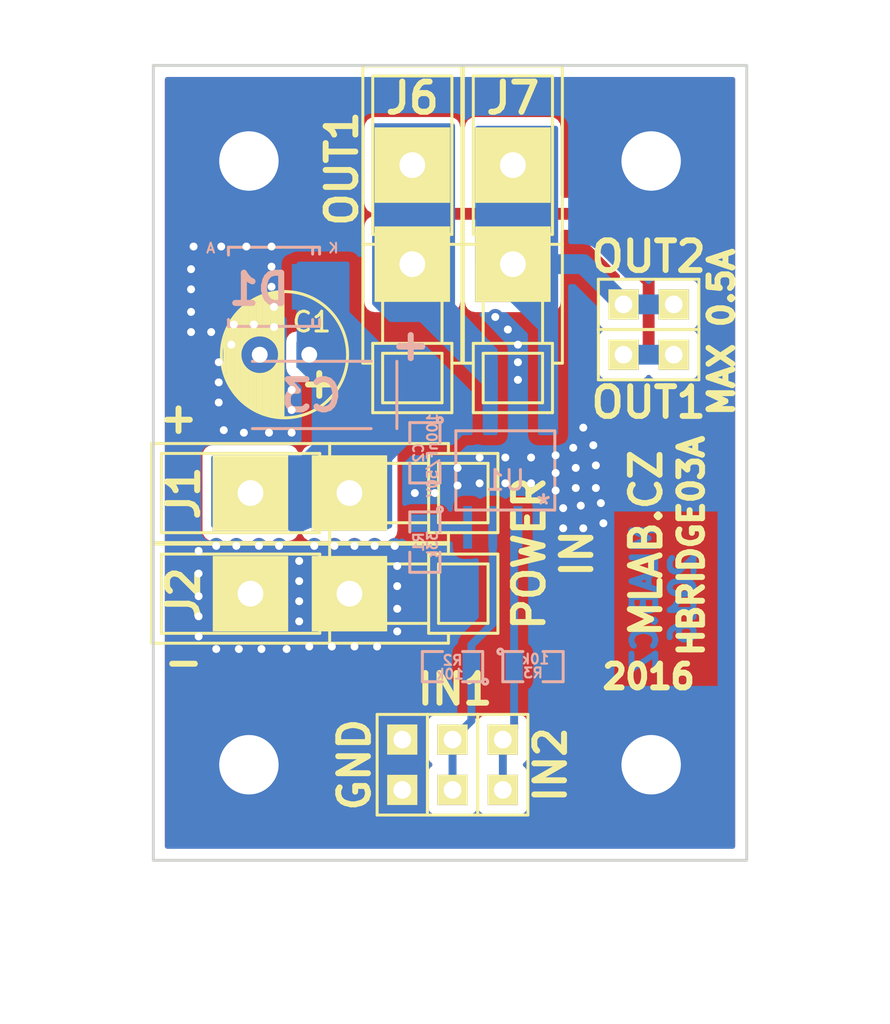
<source format=kicad_pcb>
(kicad_pcb (version 20160815) (host pcbnew no-vcs-found-undefined)

  (general
    (links 44)
    (no_connects 0)
    (area -7.493 -43.688 37.465001 8.001001)
    (thickness 1.6)
    (drawings 19)
    (tracks 235)
    (zones 0)
    (modules 21)
    (nets 8)
  )

  (page A4)
  (layers
    (0 F.Cu signal)
    (31 B.Cu signal)
    (32 B.Adhes user)
    (33 F.Adhes user)
    (34 B.Paste user)
    (35 F.Paste user)
    (36 B.SilkS user)
    (37 F.SilkS user)
    (38 B.Mask user)
    (39 F.Mask user)
    (40 Dwgs.User user)
    (41 Cmts.User user)
    (42 Eco1.User user)
    (43 Eco2.User user)
    (44 Edge.Cuts user)
    (45 Margin user)
    (46 B.CrtYd user)
    (47 F.CrtYd user)
    (48 B.Fab user)
    (49 F.Fab user)
  )

  (setup
    (last_trace_width 0.25)
    (user_trace_width 0.3)
    (user_trace_width 0.4)
    (user_trace_width 0.5)
    (user_trace_width 0.6)
    (user_trace_width 0.8)
    (user_trace_width 1)
    (trace_clearance 0.2)
    (zone_clearance 0.508)
    (zone_45_only no)
    (trace_min 0.2)
    (segment_width 0.2)
    (edge_width 0.15)
    (via_size 0.8)
    (via_drill 0.4)
    (via_min_size 0.4)
    (via_min_drill 0.3)
    (uvia_size 0.3)
    (uvia_drill 0.1)
    (uvias_allowed no)
    (uvia_min_size 0.2)
    (uvia_min_drill 0.1)
    (pcb_text_width 0.3)
    (pcb_text_size 1.5 1.5)
    (mod_edge_width 0.15)
    (mod_text_size 1 1)
    (mod_text_width 0.15)
    (pad_size 1.524 1.524)
    (pad_drill 0.762)
    (pad_to_mask_clearance 0.2)
    (solder_mask_min_width 0.2)
    (aux_axis_origin 0 0)
    (visible_elements 7FFFFF7F)
    (pcbplotparams
      (layerselection 0x010e0_ffffffff)
      (usegerberextensions false)
      (excludeedgelayer true)
      (linewidth 1.300000)
      (plotframeref false)
      (viasonmask false)
      (mode 1)
      (useauxorigin false)
      (hpglpennumber 1)
      (hpglpenspeed 20)
      (hpglpendiameter 15)
      (psnegative false)
      (psa4output false)
      (plotreference true)
      (plotvalue true)
      (plotinvisibletext false)
      (padsonsilk false)
      (subtractmaskfromsilk false)
      (outputformat 1)
      (mirror false)
      (drillshape 0)
      (scaleselection 1)
      (outputdirectory ../CAM_PROFI/))
  )

  (net 0 "")
  (net 1 GND)
  (net 2 VCC)
  (net 3 /IN1)
  (net 4 /IN2)
  (net 5 /OUT1)
  (net 6 /OUT2)
  (net 7 "Net-(R1-Pad1)")

  (net_class Default "Toto je výchozí třída sítě."
    (clearance 0.2)
    (trace_width 0.25)
    (via_dia 0.8)
    (via_drill 0.4)
    (uvia_dia 0.3)
    (uvia_drill 0.1)
    (diff_pair_gap 0.25)
    (diff_pair_width 0.2)
    (add_net /IN1)
    (add_net /IN2)
    (add_net /OUT1)
    (add_net /OUT2)
    (add_net GND)
    (add_net "Net-(R1-Pad1)")
    (add_net VCC)
  )

  (module Mlab_IO:HSOP-8 (layer B.Cu) (tedit 5825633E) (tstamp 58244A82)
    (at 18.034 -19.939 180)
    (path /58243663)
    (fp_text reference U1 (at 0 -0.5 180) (layer B.SilkS)
      (effects (font (size 1 1) (thickness 0.15)) (justify mirror))
    )
    (fp_text value DRV8871 (at 0 0.5 180) (layer B.Fab)
      (effects (font (size 1 1) (thickness 0.15)) (justify mirror))
    )
    (fp_line (start -2.5 -2) (end -2.5 2) (layer B.SilkS) (width 0.15))
    (fp_line (start 2.5 -2) (end -2.5 -2) (layer B.SilkS) (width 0.15))
    (fp_line (start 2.5 2) (end 2.5 -2) (layer B.SilkS) (width 0.15))
    (fp_line (start -2.5 2) (end 2.5 2) (layer B.SilkS) (width 0.15))
    (fp_text user * (at -1.9304 -1.7653 180) (layer B.SilkS)
      (effects (font (size 1 1) (thickness 0.15)) (justify mirror))
    )
    (pad 1 smd trapezoid (at -1.905 -2.875 180) (size 0.45 2.15) (layers B.Cu B.Paste B.Mask)
      (net 1 GND))
    (pad 2 smd trapezoid (at -0.635 -2.875 180) (size 0.45 2.15) (layers B.Cu B.Paste B.Mask)
      (net 4 /IN2))
    (pad 3 smd trapezoid (at 0.635 -2.875 180) (size 0.45 2.15) (layers B.Cu B.Paste B.Mask)
      (net 3 /IN1))
    (pad 4 smd trapezoid (at 1.905 -2.875 180) (size 0.45 2.15) (layers B.Cu B.Paste B.Mask)
      (net 7 "Net-(R1-Pad1)"))
    (pad 5 smd trapezoid (at 1.905 2.875 180) (size 0.45 2.15) (layers B.Cu B.Paste B.Mask)
      (net 2 VCC))
    (pad 6 smd trapezoid (at 0.635 2.875 180) (size 0.45 2.15) (layers B.Cu B.Paste B.Mask)
      (net 5 /OUT1))
    (pad 7 smd trapezoid (at -0.635 2.875 180) (size 0.45 2.15) (layers B.Cu B.Paste B.Mask)
      (net 1 GND))
    (pad 8 smd trapezoid (at -1.905 2.875 180) (size 0.45 2.15) (layers B.Cu B.Paste B.Mask)
      (net 6 /OUT2))
    (pad 9 smd trapezoid (at 0 0 180) (size 3.1 2.4) (layers B.Cu B.Paste B.Mask)
      (net 1 GND))
    (pad 9 thru_hole circle (at 0 -0.65 180) (size 0.45 0.45) (drill 0.4) (layers *.Cu *.Mask)
      (net 1 GND))
    (pad 9 thru_hole circle (at 0 0.65 180) (size 0.45 0.45) (drill 0.4) (layers *.Cu *.Mask)
      (net 1 GND))
    (pad 9 thru_hole circle (at 1.3 0.65 180) (size 0.45 0.45) (drill 0.4) (layers *.Cu *.Mask)
      (net 1 GND))
    (pad 9 thru_hole circle (at 1.3 -0.65 180) (size 0.45 0.45) (drill 0.4) (layers *.Cu *.Mask)
      (net 1 GND))
    (pad 9 thru_hole circle (at -1.3 -0.65 180) (size 0.45 0.45) (drill 0.4) (layers *.Cu *.Mask)
      (net 1 GND))
    (pad 9 thru_hole circle (at -1.3 0.65 180) (size 0.45 0.45) (drill 0.4) (layers *.Cu *.Mask)
      (net 1 GND))
  )

  (module Mlab_R:SMD-0805 (layer B.Cu) (tedit 5825633D) (tstamp 58244987)
    (at 13.97 -20.828 270)
    (path /58245460)
    (attr smd)
    (fp_text reference C2 (at 0 0.3175 270) (layer B.SilkS)
      (effects (font (size 0.50038 0.50038) (thickness 0.10922)) (justify mirror))
    )
    (fp_text value 100nF/50V (at 0.127 -0.381 270) (layer B.SilkS)
      (effects (font (size 0.50038 0.50038) (thickness 0.10922)) (justify mirror))
    )
    (fp_circle (center -1.651 -0.762) (end -1.651 -0.635) (layer B.SilkS) (width 0.15))
    (fp_line (start -0.508 -0.762) (end -1.524 -0.762) (layer B.SilkS) (width 0.15))
    (fp_line (start -1.524 -0.762) (end -1.524 0.762) (layer B.SilkS) (width 0.15))
    (fp_line (start -1.524 0.762) (end -0.508 0.762) (layer B.SilkS) (width 0.15))
    (fp_line (start 0.508 0.762) (end 1.524 0.762) (layer B.SilkS) (width 0.15))
    (fp_line (start 1.524 0.762) (end 1.524 -0.762) (layer B.SilkS) (width 0.15))
    (fp_line (start 1.524 -0.762) (end 0.508 -0.762) (layer B.SilkS) (width 0.15))
    (pad 2 smd rect (at 0.9525 0 270) (size 0.889 1.397) (layers B.Cu B.Paste B.Mask)
      (net 1 GND))
    (pad 1 smd rect (at -0.9525 0 270) (size 0.889 1.397) (layers B.Cu B.Paste B.Mask)
      (net 2 VCC))
    (model MLAB_3D/Resistors/chip_cms.wrl
      (at (xyz 0 0 0))
      (scale (xyz 0.1 0.1 0.1))
      (rotate (xyz 0 0 0))
    )
  )

  (module Mlab_C:TantalC_SizeC_Reflow (layer B.Cu) (tedit 5825633D) (tstamp 58244993)
    (at 8.255 -23.749 180)
    (descr "Tantal Cap. , Size C, EIA-6032, Reflow,")
    (tags "Tantal Cap. , Size C, EIA-6032, Reflow,")
    (path /5824A2B3)
    (attr smd)
    (fp_text reference C3 (at 0.0127 -0.0381 180) (layer B.SilkS)
      (effects (font (thickness 0.3048)) (justify mirror))
    )
    (fp_text value 47uF/16V (at -0.09906 -3.59918 180) (layer B.SilkS) hide
      (effects (font (thickness 0.3048)) (justify mirror))
    )
    (fp_line (start -4.30022 1.69926) (end -4.30022 -1.69926) (layer B.SilkS) (width 0.15))
    (fp_line (start 2.99974 -1.69926) (end -2.99974 -1.69926) (layer B.SilkS) (width 0.15))
    (fp_line (start 2.99974 1.69926) (end -2.99974 1.69926) (layer B.SilkS) (width 0.15))
    (fp_text user + (at -4.99872 2.55016 180) (layer B.SilkS)
      (effects (font (thickness 0.3048)) (justify mirror))
    )
    (fp_line (start -5.00126 3.05308) (end -5.00126 1.95326) (layer B.SilkS) (width 0.15))
    (fp_line (start -5.6007 2.5527) (end -4.40182 2.5527) (layer B.SilkS) (width 0.15))
    (pad 1 smd rect (at -2.52476 0 180) (size 2.55016 2.49936) (layers B.Cu B.Paste B.Mask)
      (net 2 VCC))
    (pad 2 smd rect (at 2.52476 0 180) (size 2.55016 2.49936) (layers B.Cu B.Paste B.Mask)
      (net 1 GND))
    (model MLAB_3D/Capacitors/c_tant_C.wrl
      (at (xyz 0 0 0))
      (scale (xyz 1 1 1))
      (rotate (xyz 0 0 180))
    )
  )

  (module Mlab_D:Diode-SMB_Standard (layer B.Cu) (tedit 58256536) (tstamp 582449AB)
    (at 6.35 -29.21)
    (descr "Diode SMB Standard")
    (tags "Diode SMB Standard")
    (path /58246F3B)
    (attr smd)
    (fp_text reference D1 (at -0.762 0.127) (layer B.SilkS)
      (effects (font (thickness 0.3048)) (justify mirror))
    )
    (fp_text value STPS340U (at 0 -3.81) (layer B.SilkS) hide
      (effects (font (thickness 0.3048)) (justify mirror))
    )
    (fp_text user A (at -3.2004 -1.95072) (layer B.SilkS)
      (effects (font (size 0.50038 0.50038) (thickness 0.09906)) (justify mirror))
    )
    (fp_text user K (at 2.99974 -1.95072) (layer B.SilkS)
      (effects (font (size 0.50038 0.50038) (thickness 0.09906)) (justify mirror))
    )
    (fp_line (start -2.30124 -1.75006) (end -2.30124 -1.6002) (layer B.SilkS) (width 0.15))
    (fp_line (start 1.95072 -1.75006) (end 1.95072 -1.651) (layer B.SilkS) (width 0.15))
    (fp_line (start 2.30124 -1.75006) (end 2.30124 -1.651) (layer B.SilkS) (width 0.15))
    (fp_line (start -2.30124 1.75006) (end -2.30124 1.651) (layer B.SilkS) (width 0.15))
    (fp_line (start 1.95072 1.75006) (end 1.95072 1.651) (layer B.SilkS) (width 0.15))
    (fp_line (start 2.30124 1.75006) (end 2.30124 1.651) (layer B.SilkS) (width 0.15))
    (fp_circle (center 0 0) (end 0.44958 -0.09906) (layer B.Adhes) (width 0.381))
    (fp_circle (center 0 0) (end 0.20066 -0.09906) (layer B.Adhes) (width 0.381))
    (fp_line (start 1.95072 -1.99898) (end 1.95072 -1.80086) (layer B.SilkS) (width 0.15))
    (fp_line (start 1.95072 1.99898) (end 1.95072 1.80086) (layer B.SilkS) (width 0.15))
    (fp_line (start 2.29616 -1.99644) (end 2.29616 -1.79832) (layer B.SilkS) (width 0.15))
    (fp_line (start -2.30632 -1.99644) (end 2.29616 -1.99644) (layer B.SilkS) (width 0.15))
    (fp_line (start -2.30632 -1.99644) (end -2.30632 -1.79832) (layer B.SilkS) (width 0.15))
    (fp_line (start -2.30124 1.99898) (end -2.30124 1.80086) (layer B.SilkS) (width 0.15))
    (fp_line (start -2.30124 1.99898) (end 2.30124 1.99898) (layer B.SilkS) (width 0.15))
    (fp_line (start 2.30124 1.99898) (end 2.30124 1.80086) (layer B.SilkS) (width 0.15))
    (pad 1 smd rect (at 2.14884 0) (size 2.49936 2.30124) (layers B.Cu B.Paste B.Mask)
      (net 2 VCC))
    (pad 2 smd rect (at -2.14884 0) (size 2.49936 2.30124) (layers B.Cu B.Paste B.Mask)
      (net 1 GND))
    (model MLAB_3D/Diodes/SMB.wrl
      (at (xyz 0 0 0))
      (scale (xyz 0.3937 0.3937 0.3937))
      (rotate (xyz 0 0 0))
    )
  )

  (module Mlab_CON:WAGO256 (layer F.Cu) (tedit 5825633D) (tstamp 582449CA)
    (at 7.62 -18.796)
    (descr "WAGO-Series 236, 2Stift, 1pol, RM 5mm,")
    (tags "WAGO-Series 236, 2Stift, 1pol, RM 5mm, Anreibare Leiterplattenklemme")
    (path /58248301)
    (fp_text reference J1 (at -5.842 0 90) (layer F.SilkS)
      (effects (font (thickness 0.3048)))
    )
    (fp_text value CONN1_1 (at 0.254 4.064) (layer F.SilkS) hide
      (effects (font (thickness 0.3048)))
    )
    (fp_line (start 7.54 2.5) (end 7.54 2) (layer F.SilkS) (width 0.15))
    (fp_line (start 7.54 -2) (end 7.54 -2.5) (layer F.SilkS) (width 0.15))
    (fp_line (start 1.54 2.5001) (end 1.54 -2.5001) (layer F.SilkS) (width 0.15))
    (fp_line (start -7.46 2.5001) (end -7.46 -2.5001) (layer F.SilkS) (width 0.15))
    (fp_line (start 9.54 1.501) (end 9.54 -1.501) (layer F.SilkS) (width 0.15))
    (fp_line (start 7.0401 1.501) (end 7.0401 -1.501) (layer F.SilkS) (width 0.15))
    (fp_line (start 10.0401 -2) (end 10.0401 2) (layer F.SilkS) (width 0.15))
    (fp_line (start 6.54 -2) (end 6.54 2) (layer F.SilkS) (width 0.15))
    (fp_line (start 3.54 1.5001) (end 3.54 -1.5001) (layer F.SilkS) (width 0.15))
    (fp_line (start 1.0399 -2) (end 1.0399 2) (layer F.SilkS) (width 0.15))
    (fp_line (start -6.9601 2) (end -6.9601 -2) (layer F.SilkS) (width 0.15))
    (fp_line (start 1.0399 1) (end 1.54 1) (layer F.SilkS) (width 0.15))
    (fp_line (start 7.0401 1.5) (end 9.54 1.5) (layer F.SilkS) (width 0.15))
    (fp_line (start 6.54 2) (end 10.0401 2) (layer F.SilkS) (width 0.15))
    (fp_line (start 1.0399 -1) (end 1.54 -1) (layer F.SilkS) (width 0.15))
    (fp_line (start 7.0401 -1.5) (end 9.54 -1.5) (layer F.SilkS) (width 0.15))
    (fp_line (start 6.54 -2) (end 10.041 -2) (layer F.SilkS) (width 0.15))
    (fp_line (start 3.54 1.5) (end 6.54 1.5) (layer F.SilkS) (width 0.15))
    (fp_line (start -6.9601 2) (end 1.0399 2) (layer F.SilkS) (width 0.15))
    (fp_line (start 1.54 2.5) (end 7.54 2.5) (layer F.SilkS) (width 0.15))
    (fp_line (start 3.54 -1.5) (end 6.54 -1.5) (layer F.SilkS) (width 0.15))
    (fp_line (start -6.9601 -2) (end 1.0399 -2) (layer F.SilkS) (width 0.15))
    (fp_line (start 1.54 -2.5) (end 7.54 -2.5) (layer F.SilkS) (width 0.15))
    (fp_line (start 1.54 2.5) (end -7.46 2.5) (layer F.SilkS) (width 0.15))
    (fp_line (start -7.46 -2.5) (end 1.54 -2.5) (layer F.SilkS) (width 0.15))
    (pad 1 thru_hole rect (at 2.54 0 90) (size 3.81 3.81) (drill 1.3) (layers *.Cu *.Mask F.SilkS)
      (net 2 VCC))
    (pad 1 thru_hole rect (at -2.46 0 90) (size 3.81 3.81) (drill 1.3) (layers *.Cu *.Mask F.SilkS)
      (net 2 VCC))
  )

  (module Mlab_CON:WAGO256 (layer F.Cu) (tedit 5825633E) (tstamp 582449E9)
    (at 7.62 -13.716)
    (descr "WAGO-Series 236, 2Stift, 1pol, RM 5mm,")
    (tags "WAGO-Series 236, 2Stift, 1pol, RM 5mm, Anreibare Leiterplattenklemme")
    (path /58248700)
    (fp_text reference J2 (at -5.842 0 90) (layer F.SilkS)
      (effects (font (thickness 0.3048)))
    )
    (fp_text value CONN1_1 (at 0.254 4.064) (layer F.SilkS) hide
      (effects (font (thickness 0.3048)))
    )
    (fp_line (start -7.46 -2.5) (end 1.54 -2.5) (layer F.SilkS) (width 0.15))
    (fp_line (start 1.54 2.5) (end -7.46 2.5) (layer F.SilkS) (width 0.15))
    (fp_line (start 1.54 -2.5) (end 7.54 -2.5) (layer F.SilkS) (width 0.15))
    (fp_line (start -6.9601 -2) (end 1.0399 -2) (layer F.SilkS) (width 0.15))
    (fp_line (start 3.54 -1.5) (end 6.54 -1.5) (layer F.SilkS) (width 0.15))
    (fp_line (start 1.54 2.5) (end 7.54 2.5) (layer F.SilkS) (width 0.15))
    (fp_line (start -6.9601 2) (end 1.0399 2) (layer F.SilkS) (width 0.15))
    (fp_line (start 3.54 1.5) (end 6.54 1.5) (layer F.SilkS) (width 0.15))
    (fp_line (start 6.54 -2) (end 10.041 -2) (layer F.SilkS) (width 0.15))
    (fp_line (start 7.0401 -1.5) (end 9.54 -1.5) (layer F.SilkS) (width 0.15))
    (fp_line (start 1.0399 -1) (end 1.54 -1) (layer F.SilkS) (width 0.15))
    (fp_line (start 6.54 2) (end 10.0401 2) (layer F.SilkS) (width 0.15))
    (fp_line (start 7.0401 1.5) (end 9.54 1.5) (layer F.SilkS) (width 0.15))
    (fp_line (start 1.0399 1) (end 1.54 1) (layer F.SilkS) (width 0.15))
    (fp_line (start -6.9601 2) (end -6.9601 -2) (layer F.SilkS) (width 0.15))
    (fp_line (start 1.0399 -2) (end 1.0399 2) (layer F.SilkS) (width 0.15))
    (fp_line (start 3.54 1.5001) (end 3.54 -1.5001) (layer F.SilkS) (width 0.15))
    (fp_line (start 6.54 -2) (end 6.54 2) (layer F.SilkS) (width 0.15))
    (fp_line (start 10.0401 -2) (end 10.0401 2) (layer F.SilkS) (width 0.15))
    (fp_line (start 7.0401 1.501) (end 7.0401 -1.501) (layer F.SilkS) (width 0.15))
    (fp_line (start 9.54 1.501) (end 9.54 -1.501) (layer F.SilkS) (width 0.15))
    (fp_line (start -7.46 2.5001) (end -7.46 -2.5001) (layer F.SilkS) (width 0.15))
    (fp_line (start 1.54 2.5001) (end 1.54 -2.5001) (layer F.SilkS) (width 0.15))
    (fp_line (start 7.54 -2) (end 7.54 -2.5) (layer F.SilkS) (width 0.15))
    (fp_line (start 7.54 2.5) (end 7.54 2) (layer F.SilkS) (width 0.15))
    (pad 1 thru_hole rect (at -2.46 0 90) (size 3.81 3.81) (drill 1.3) (layers *.Cu *.Mask F.SilkS)
      (net 1 GND))
    (pad 1 thru_hole rect (at 2.54 0 90) (size 3.81 3.81) (drill 1.3) (layers *.Cu *.Mask F.SilkS)
      (net 1 GND))
  )

  (module Mlab_Pin_Headers:Straight_2x01 (layer F.Cu) (tedit 5825633E) (tstamp 582449F3)
    (at 15.367 -5.08 90)
    (descr "pin header straight 2x01")
    (tags "pin header straight 2x01")
    (path /58244658)
    (fp_text reference J3 (at 0 -2.54 90) (layer F.SilkS) hide
      (effects (font (size 1.5 1.5) (thickness 0.15)))
    )
    (fp_text value JUMP_2x1 (at 0 2.54 90) (layer F.SilkS) hide
      (effects (font (size 1.5 1.5) (thickness 0.15)))
    )
    (fp_line (start -2.54 -1.27) (end 2.54 -1.27) (layer F.SilkS) (width 0.15))
    (fp_line (start 2.54 -1.27) (end 2.54 1.27) (layer F.SilkS) (width 0.15))
    (fp_line (start 2.54 1.27) (end -2.54 1.27) (layer F.SilkS) (width 0.15))
    (fp_line (start -2.54 1.27) (end -2.54 -1.27) (layer F.SilkS) (width 0.15))
    (pad 2 thru_hole rect (at 1.27 0 90) (size 1.524 1.524) (drill 0.889) (layers *.Cu *.Mask F.SilkS)
      (net 3 /IN1))
    (pad 1 thru_hole rect (at -1.27 0 90) (size 1.524 1.524) (drill 0.889) (layers *.Cu *.Mask F.SilkS)
      (net 3 /IN1))
    (model Pin_Headers/Pin_Header_Straight_2x01.wrl
      (at (xyz 0 0 0))
      (scale (xyz 1 1 1))
      (rotate (xyz 0 0 90))
    )
  )

  (module Mlab_Pin_Headers:Straight_2x01 (layer F.Cu) (tedit 5825633E) (tstamp 582449FD)
    (at 17.907 -5.08 90)
    (descr "pin header straight 2x01")
    (tags "pin header straight 2x01")
    (path /582446CC)
    (fp_text reference J4 (at 0 -2.54 90) (layer F.SilkS) hide
      (effects (font (size 1.5 1.5) (thickness 0.15)))
    )
    (fp_text value JUMP_2x1 (at 0 2.54 90) (layer F.SilkS) hide
      (effects (font (size 1.5 1.5) (thickness 0.15)))
    )
    (fp_line (start -2.54 1.27) (end -2.54 -1.27) (layer F.SilkS) (width 0.15))
    (fp_line (start 2.54 1.27) (end -2.54 1.27) (layer F.SilkS) (width 0.15))
    (fp_line (start 2.54 -1.27) (end 2.54 1.27) (layer F.SilkS) (width 0.15))
    (fp_line (start -2.54 -1.27) (end 2.54 -1.27) (layer F.SilkS) (width 0.15))
    (pad 1 thru_hole rect (at -1.27 0 90) (size 1.524 1.524) (drill 0.889) (layers *.Cu *.Mask F.SilkS)
      (net 4 /IN2))
    (pad 2 thru_hole rect (at 1.27 0 90) (size 1.524 1.524) (drill 0.889) (layers *.Cu *.Mask F.SilkS)
      (net 4 /IN2))
    (model Pin_Headers/Pin_Header_Straight_2x01.wrl
      (at (xyz 0 0 0))
      (scale (xyz 1 1 1))
      (rotate (xyz 0 0 90))
    )
  )

  (module Mlab_Pin_Headers:Straight_2x01 (layer F.Cu) (tedit 5825633E) (tstamp 58244A07)
    (at 12.827 -5.08 90)
    (descr "pin header straight 2x01")
    (tags "pin header straight 2x01")
    (path /5824785A)
    (fp_text reference J5 (at 0 -2.54 90) (layer F.SilkS) hide
      (effects (font (size 1.5 1.5) (thickness 0.15)))
    )
    (fp_text value JUMP_2x1 (at 0 2.54 90) (layer F.SilkS) hide
      (effects (font (size 1.5 1.5) (thickness 0.15)))
    )
    (fp_line (start -2.54 -1.27) (end 2.54 -1.27) (layer F.SilkS) (width 0.15))
    (fp_line (start 2.54 -1.27) (end 2.54 1.27) (layer F.SilkS) (width 0.15))
    (fp_line (start 2.54 1.27) (end -2.54 1.27) (layer F.SilkS) (width 0.15))
    (fp_line (start -2.54 1.27) (end -2.54 -1.27) (layer F.SilkS) (width 0.15))
    (pad 2 thru_hole rect (at 1.27 0 90) (size 1.524 1.524) (drill 0.889) (layers *.Cu *.Mask F.SilkS)
      (net 1 GND))
    (pad 1 thru_hole rect (at -1.27 0 90) (size 1.524 1.524) (drill 0.889) (layers *.Cu *.Mask F.SilkS)
      (net 1 GND))
    (model Pin_Headers/Pin_Header_Straight_2x01.wrl
      (at (xyz 0 0 0))
      (scale (xyz 1 1 1))
      (rotate (xyz 0 0 90))
    )
  )

  (module Mlab_CON:WAGO256 (layer F.Cu) (tedit 5825633E) (tstamp 58244A26)
    (at 13.335 -32.893 270)
    (descr "WAGO-Series 236, 2Stift, 1pol, RM 5mm,")
    (tags "WAGO-Series 236, 2Stift, 1pol, RM 5mm, Anreibare Leiterplattenklemme")
    (path /58244173)
    (fp_text reference J6 (at -5.842 0) (layer F.SilkS)
      (effects (font (thickness 0.3048)))
    )
    (fp_text value CONN1_1 (at 0.254 4.064 270) (layer F.SilkS) hide
      (effects (font (thickness 0.3048)))
    )
    (fp_line (start -7.46 -2.5) (end 1.54 -2.5) (layer F.SilkS) (width 0.15))
    (fp_line (start 1.54 2.5) (end -7.46 2.5) (layer F.SilkS) (width 0.15))
    (fp_line (start 1.54 -2.5) (end 7.54 -2.5) (layer F.SilkS) (width 0.15))
    (fp_line (start -6.9601 -2) (end 1.0399 -2) (layer F.SilkS) (width 0.15))
    (fp_line (start 3.54 -1.5) (end 6.54 -1.5) (layer F.SilkS) (width 0.15))
    (fp_line (start 1.54 2.5) (end 7.54 2.5) (layer F.SilkS) (width 0.15))
    (fp_line (start -6.9601 2) (end 1.0399 2) (layer F.SilkS) (width 0.15))
    (fp_line (start 3.54 1.5) (end 6.54 1.5) (layer F.SilkS) (width 0.15))
    (fp_line (start 6.54 -2) (end 10.041 -2) (layer F.SilkS) (width 0.15))
    (fp_line (start 7.0401 -1.5) (end 9.54 -1.5) (layer F.SilkS) (width 0.15))
    (fp_line (start 1.0399 -1) (end 1.54 -1) (layer F.SilkS) (width 0.15))
    (fp_line (start 6.54 2) (end 10.0401 2) (layer F.SilkS) (width 0.15))
    (fp_line (start 7.0401 1.5) (end 9.54 1.5) (layer F.SilkS) (width 0.15))
    (fp_line (start 1.0399 1) (end 1.54 1) (layer F.SilkS) (width 0.15))
    (fp_line (start -6.9601 2) (end -6.9601 -2) (layer F.SilkS) (width 0.15))
    (fp_line (start 1.0399 -2) (end 1.0399 2) (layer F.SilkS) (width 0.15))
    (fp_line (start 3.54 1.5001) (end 3.54 -1.5001) (layer F.SilkS) (width 0.15))
    (fp_line (start 6.54 -2) (end 6.54 2) (layer F.SilkS) (width 0.15))
    (fp_line (start 10.0401 -2) (end 10.0401 2) (layer F.SilkS) (width 0.15))
    (fp_line (start 7.0401 1.501) (end 7.0401 -1.501) (layer F.SilkS) (width 0.15))
    (fp_line (start 9.54 1.501) (end 9.54 -1.501) (layer F.SilkS) (width 0.15))
    (fp_line (start -7.46 2.5001) (end -7.46 -2.5001) (layer F.SilkS) (width 0.15))
    (fp_line (start 1.54 2.5001) (end 1.54 -2.5001) (layer F.SilkS) (width 0.15))
    (fp_line (start 7.54 -2) (end 7.54 -2.5) (layer F.SilkS) (width 0.15))
    (fp_line (start 7.54 2.5) (end 7.54 2) (layer F.SilkS) (width 0.15))
    (pad 1 thru_hole rect (at -2.46 0) (size 3.81 3.81) (drill 1.3) (layers *.Cu *.Mask F.SilkS)
      (net 5 /OUT1))
    (pad 1 thru_hole rect (at 2.54 0) (size 3.81 3.81) (drill 1.3) (layers *.Cu *.Mask F.SilkS)
      (net 5 /OUT1))
  )

  (module Mlab_CON:WAGO256 (layer F.Cu) (tedit 5825633E) (tstamp 58244A45)
    (at 18.415 -32.893 270)
    (descr "WAGO-Series 236, 2Stift, 1pol, RM 5mm,")
    (tags "WAGO-Series 236, 2Stift, 1pol, RM 5mm, Anreibare Leiterplattenklemme")
    (path /582441ED)
    (fp_text reference J7 (at -5.842 0) (layer F.SilkS)
      (effects (font (thickness 0.3048)))
    )
    (fp_text value CONN1_1 (at 0.254 4.064 270) (layer F.SilkS) hide
      (effects (font (thickness 0.3048)))
    )
    (fp_line (start 7.54 2.5) (end 7.54 2) (layer F.SilkS) (width 0.15))
    (fp_line (start 7.54 -2) (end 7.54 -2.5) (layer F.SilkS) (width 0.15))
    (fp_line (start 1.54 2.5001) (end 1.54 -2.5001) (layer F.SilkS) (width 0.15))
    (fp_line (start -7.46 2.5001) (end -7.46 -2.5001) (layer F.SilkS) (width 0.15))
    (fp_line (start 9.54 1.501) (end 9.54 -1.501) (layer F.SilkS) (width 0.15))
    (fp_line (start 7.0401 1.501) (end 7.0401 -1.501) (layer F.SilkS) (width 0.15))
    (fp_line (start 10.0401 -2) (end 10.0401 2) (layer F.SilkS) (width 0.15))
    (fp_line (start 6.54 -2) (end 6.54 2) (layer F.SilkS) (width 0.15))
    (fp_line (start 3.54 1.5001) (end 3.54 -1.5001) (layer F.SilkS) (width 0.15))
    (fp_line (start 1.0399 -2) (end 1.0399 2) (layer F.SilkS) (width 0.15))
    (fp_line (start -6.9601 2) (end -6.9601 -2) (layer F.SilkS) (width 0.15))
    (fp_line (start 1.0399 1) (end 1.54 1) (layer F.SilkS) (width 0.15))
    (fp_line (start 7.0401 1.5) (end 9.54 1.5) (layer F.SilkS) (width 0.15))
    (fp_line (start 6.54 2) (end 10.0401 2) (layer F.SilkS) (width 0.15))
    (fp_line (start 1.0399 -1) (end 1.54 -1) (layer F.SilkS) (width 0.15))
    (fp_line (start 7.0401 -1.5) (end 9.54 -1.5) (layer F.SilkS) (width 0.15))
    (fp_line (start 6.54 -2) (end 10.041 -2) (layer F.SilkS) (width 0.15))
    (fp_line (start 3.54 1.5) (end 6.54 1.5) (layer F.SilkS) (width 0.15))
    (fp_line (start -6.9601 2) (end 1.0399 2) (layer F.SilkS) (width 0.15))
    (fp_line (start 1.54 2.5) (end 7.54 2.5) (layer F.SilkS) (width 0.15))
    (fp_line (start 3.54 -1.5) (end 6.54 -1.5) (layer F.SilkS) (width 0.15))
    (fp_line (start -6.9601 -2) (end 1.0399 -2) (layer F.SilkS) (width 0.15))
    (fp_line (start 1.54 -2.5) (end 7.54 -2.5) (layer F.SilkS) (width 0.15))
    (fp_line (start 1.54 2.5) (end -7.46 2.5) (layer F.SilkS) (width 0.15))
    (fp_line (start -7.46 -2.5) (end 1.54 -2.5) (layer F.SilkS) (width 0.15))
    (pad 1 thru_hole rect (at 2.54 0) (size 3.81 3.81) (drill 1.3) (layers *.Cu *.Mask F.SilkS)
      (net 6 /OUT2))
    (pad 1 thru_hole rect (at -2.46 0) (size 3.81 3.81) (drill 1.3) (layers *.Cu *.Mask F.SilkS)
      (net 6 /OUT2))
  )

  (module Mlab_Mechanical:MountingHole_3mm placed (layer F.Cu) (tedit 5825633E) (tstamp 58244A4B)
    (at 5.08 -5.08)
    (descr "Mounting hole, Befestigungsbohrung, 3mm, No Annular, Kein Restring,")
    (tags "Mounting hole, Befestigungsbohrung, 3mm, No Annular, Kein Restring,")
    (path /549D7549)
    (fp_text reference M1 (at 0 -4.191) (layer F.SilkS) hide
      (effects (font (thickness 0.3048)))
    )
    (fp_text value HOLE (at 0 4.191) (layer F.SilkS) hide
      (effects (font (thickness 0.3048)))
    )
    (fp_circle (center 0 0) (end 2.99974 0) (layer Cmts.User) (width 0.381))
    (pad 1 thru_hole circle (at 0 0) (size 6 6) (drill 3) (layers *.Cu *.Adhes *.Mask)
      (net 1 GND) (clearance 1) (zone_connect 2))
  )

  (module Mlab_Mechanical:MountingHole_3mm placed (layer F.Cu) (tedit 5825633E) (tstamp 58244A51)
    (at 25.4 -5.08)
    (descr "Mounting hole, Befestigungsbohrung, 3mm, No Annular, Kein Restring,")
    (tags "Mounting hole, Befestigungsbohrung, 3mm, No Annular, Kein Restring,")
    (path /549D7628)
    (fp_text reference M2 (at 0 -4.191) (layer F.SilkS) hide
      (effects (font (thickness 0.3048)))
    )
    (fp_text value HOLE (at 0 4.191) (layer F.SilkS) hide
      (effects (font (thickness 0.3048)))
    )
    (fp_circle (center 0 0) (end 2.99974 0) (layer Cmts.User) (width 0.381))
    (pad 1 thru_hole circle (at 0 0) (size 6 6) (drill 3) (layers *.Cu *.Adhes *.Mask)
      (net 1 GND) (clearance 1) (zone_connect 2))
  )

  (module Mlab_Mechanical:MountingHole_3mm placed (layer F.Cu) (tedit 5825633E) (tstamp 58244A57)
    (at 25.4 -35.56)
    (descr "Mounting hole, Befestigungsbohrung, 3mm, No Annular, Kein Restring,")
    (tags "Mounting hole, Befestigungsbohrung, 3mm, No Annular, Kein Restring,")
    (path /549D7646)
    (fp_text reference M3 (at 0 -4.191) (layer F.SilkS) hide
      (effects (font (thickness 0.3048)))
    )
    (fp_text value HOLE (at 0 4.191) (layer F.SilkS) hide
      (effects (font (thickness 0.3048)))
    )
    (fp_circle (center 0 0) (end 2.99974 0) (layer Cmts.User) (width 0.381))
    (pad 1 thru_hole circle (at 0 0) (size 6 6) (drill 3) (layers *.Cu *.Adhes *.Mask)
      (net 1 GND) (clearance 1) (zone_connect 2))
  )

  (module Mlab_Mechanical:MountingHole_3mm placed (layer F.Cu) (tedit 5825633E) (tstamp 58244A5D)
    (at 5.08 -35.56)
    (descr "Mounting hole, Befestigungsbohrung, 3mm, No Annular, Kein Restring,")
    (tags "Mounting hole, Befestigungsbohrung, 3mm, No Annular, Kein Restring,")
    (path /549D7665)
    (fp_text reference M4 (at 0 -4.191) (layer F.SilkS) hide
      (effects (font (thickness 0.3048)))
    )
    (fp_text value HOLE (at 0 4.191) (layer F.SilkS) hide
      (effects (font (thickness 0.3048)))
    )
    (fp_circle (center 0 0) (end 2.99974 0) (layer Cmts.User) (width 0.381))
    (pad 1 thru_hole circle (at 0 0) (size 6 6) (drill 3) (layers *.Cu *.Adhes *.Mask)
      (net 1 GND) (clearance 1) (zone_connect 2))
  )

  (module Mlab_R:SMD-0805 (layer B.Cu) (tedit 5825633E) (tstamp 58244A6A)
    (at 13.97 -16.3195 270)
    (path /582449E7)
    (attr smd)
    (fp_text reference R1 (at 0 0.3175 270) (layer B.SilkS)
      (effects (font (size 0.50038 0.50038) (thickness 0.10922)) (justify mirror))
    )
    (fp_text value 33k (at 0.127 -0.381 270) (layer B.SilkS)
      (effects (font (size 0.50038 0.50038) (thickness 0.10922)) (justify mirror))
    )
    (fp_line (start 1.524 -0.762) (end 0.508 -0.762) (layer B.SilkS) (width 0.15))
    (fp_line (start 1.524 0.762) (end 1.524 -0.762) (layer B.SilkS) (width 0.15))
    (fp_line (start 0.508 0.762) (end 1.524 0.762) (layer B.SilkS) (width 0.15))
    (fp_line (start -1.524 0.762) (end -0.508 0.762) (layer B.SilkS) (width 0.15))
    (fp_line (start -1.524 -0.762) (end -1.524 0.762) (layer B.SilkS) (width 0.15))
    (fp_line (start -0.508 -0.762) (end -1.524 -0.762) (layer B.SilkS) (width 0.15))
    (fp_circle (center -1.651 -0.762) (end -1.651 -0.635) (layer B.SilkS) (width 0.15))
    (pad 1 smd rect (at -0.9525 0 270) (size 0.889 1.397) (layers B.Cu B.Paste B.Mask)
      (net 7 "Net-(R1-Pad1)"))
    (pad 2 smd rect (at 0.9525 0 270) (size 0.889 1.397) (layers B.Cu B.Paste B.Mask)
      (net 1 GND))
    (model MLAB_3D/Resistors/chip_cms.wrl
      (at (xyz 0 0 0))
      (scale (xyz 0.1 0.1 0.1))
      (rotate (xyz 0 0 0))
    )
  )

  (module Capacitors_ThroughHole:C_Radial_D6.3_L11.2_P2.5 (layer F.Cu) (tedit 5825633E) (tstamp 58244ACC)
    (at 8.128 -25.781 180)
    (descr "Radial Electrolytic Capacitor, Diameter 6.3mm x Length 11.2mm, Pitch 2.5mm")
    (tags "Electrolytic Capacitor")
    (path /582452D7)
    (fp_text reference C1 (at -0.127 1.651 180) (layer F.SilkS)
      (effects (font (size 1 1) (thickness 0.15)))
    )
    (fp_text value 47uF/63V (at 1.25 4.4 180) (layer F.Fab)
      (effects (font (size 1 1) (thickness 0.15)))
    )
    (fp_circle (center 1.25 0) (end 1.25 -3.4) (layer F.CrtYd) (width 0.05))
    (fp_circle (center 1.25 0) (end 1.25 -3.1875) (layer F.SilkS) (width 0.15))
    (fp_circle (center 2.5 0) (end 2.5 -1) (layer F.SilkS) (width 0.15))
    (fp_line (start 4.265 -0.912) (end 4.265 0.912) (layer F.SilkS) (width 0.15))
    (fp_line (start 4.125 -1.287) (end 4.125 1.287) (layer F.SilkS) (width 0.15))
    (fp_line (start 3.985 -1.563) (end 3.985 1.563) (layer F.SilkS) (width 0.15))
    (fp_line (start 3.845 -1.786) (end 3.845 1.786) (layer F.SilkS) (width 0.15))
    (fp_line (start 3.705 -1.974) (end 3.705 1.974) (layer F.SilkS) (width 0.15))
    (fp_line (start 3.565 -2.136) (end 3.565 2.136) (layer F.SilkS) (width 0.15))
    (fp_line (start 3.425 0.38) (end 3.425 2.279) (layer F.SilkS) (width 0.15))
    (fp_line (start 3.425 -2.279) (end 3.425 -0.38) (layer F.SilkS) (width 0.15))
    (fp_line (start 3.285 0.619) (end 3.285 2.404) (layer F.SilkS) (width 0.15))
    (fp_line (start 3.285 -2.404) (end 3.285 -0.619) (layer F.SilkS) (width 0.15))
    (fp_line (start 3.145 0.764) (end 3.145 2.516) (layer F.SilkS) (width 0.15))
    (fp_line (start 3.145 -2.516) (end 3.145 -0.764) (layer F.SilkS) (width 0.15))
    (fp_line (start 3.005 0.863) (end 3.005 2.616) (layer F.SilkS) (width 0.15))
    (fp_line (start 3.005 -2.616) (end 3.005 -0.863) (layer F.SilkS) (width 0.15))
    (fp_line (start 2.865 0.931) (end 2.865 2.704) (layer F.SilkS) (width 0.15))
    (fp_line (start 2.865 -2.704) (end 2.865 -0.931) (layer F.SilkS) (width 0.15))
    (fp_line (start 2.725 0.974) (end 2.725 2.783) (layer F.SilkS) (width 0.15))
    (fp_line (start 2.725 -2.783) (end 2.725 -0.974) (layer F.SilkS) (width 0.15))
    (fp_line (start 2.585 0.996) (end 2.585 2.853) (layer F.SilkS) (width 0.15))
    (fp_line (start 2.585 -2.853) (end 2.585 -0.996) (layer F.SilkS) (width 0.15))
    (fp_line (start 2.445 0.998) (end 2.445 2.915) (layer F.SilkS) (width 0.15))
    (fp_line (start 2.445 -2.915) (end 2.445 -0.998) (layer F.SilkS) (width 0.15))
    (fp_line (start 2.305 0.981) (end 2.305 2.968) (layer F.SilkS) (width 0.15))
    (fp_line (start 2.305 -2.968) (end 2.305 -0.981) (layer F.SilkS) (width 0.15))
    (fp_line (start 2.165 0.942) (end 2.165 3.014) (layer F.SilkS) (width 0.15))
    (fp_line (start 2.165 -3.014) (end 2.165 -0.942) (layer F.SilkS) (width 0.15))
    (fp_line (start 2.025 0.88) (end 2.025 3.053) (layer F.SilkS) (width 0.15))
    (fp_line (start 2.025 -3.053) (end 2.025 -0.88) (layer F.SilkS) (width 0.15))
    (fp_line (start 1.885 0.789) (end 1.885 3.085) (layer F.SilkS) (width 0.15))
    (fp_line (start 1.885 -3.085) (end 1.885 -0.789) (layer F.SilkS) (width 0.15))
    (fp_line (start 1.745 0.656) (end 1.745 3.111) (layer F.SilkS) (width 0.15))
    (fp_line (start 1.745 -3.111) (end 1.745 -0.656) (layer F.SilkS) (width 0.15))
    (fp_line (start 1.605 0.446) (end 1.605 3.13) (layer F.SilkS) (width 0.15))
    (fp_line (start 1.605 -3.13) (end 1.605 -0.446) (layer F.SilkS) (width 0.15))
    (fp_line (start 1.465 -3.143) (end 1.465 3.143) (layer F.SilkS) (width 0.15))
    (fp_line (start 1.325 -3.149) (end 1.325 3.149) (layer F.SilkS) (width 0.15))
    (pad 1 thru_hole rect (at 0 0 180) (size 1.3 1.3) (drill 0.8) (layers *.Cu *.Mask)
      (net 2 VCC))
    (pad 2 thru_hole circle (at 2.5 0 180) (size 1.3 1.3) (drill 0.8) (layers *.Cu *.Mask)
      (net 1 GND))
    (model Capacitors_ThroughHole.3dshapes/C_Radial_D6.3_L11.2_P2.5.wrl
      (at (xyz 0 0 0))
      (scale (xyz 1 1 1))
      (rotate (xyz 0 0 0))
    )
  )

  (module Mlab_Pin_Headers:Straight_2x01 (layer F.Cu) (tedit 5825633E) (tstamp 58246D18)
    (at 25.273 -25.781)
    (descr "pin header straight 2x01")
    (tags "pin header straight 2x01")
    (path /5824AA4C)
    (fp_text reference J9 (at 0 -2.54) (layer F.SilkS) hide
      (effects (font (size 1.5 1.5) (thickness 0.15)))
    )
    (fp_text value JUMP_2x1 (at 0 2.54) (layer F.SilkS) hide
      (effects (font (size 1.5 1.5) (thickness 0.15)))
    )
    (fp_line (start -2.54 1.27) (end -2.54 -1.27) (layer F.SilkS) (width 0.15))
    (fp_line (start 2.54 1.27) (end -2.54 1.27) (layer F.SilkS) (width 0.15))
    (fp_line (start 2.54 -1.27) (end 2.54 1.27) (layer F.SilkS) (width 0.15))
    (fp_line (start -2.54 -1.27) (end 2.54 -1.27) (layer F.SilkS) (width 0.15))
    (pad 1 thru_hole rect (at -1.27 0) (size 1.524 1.524) (drill 0.889) (layers *.Cu *.Mask F.SilkS)
      (net 5 /OUT1))
    (pad 2 thru_hole rect (at 1.27 0) (size 1.524 1.524) (drill 0.889) (layers *.Cu *.Mask F.SilkS)
      (net 5 /OUT1))
    (model Pin_Headers/Pin_Header_Straight_2x01.wrl
      (at (xyz 0 0 0))
      (scale (xyz 1 1 1))
      (rotate (xyz 0 0 90))
    )
  )

  (module Mlab_Pin_Headers:Straight_2x01 (layer F.Cu) (tedit 5825633E) (tstamp 58246D1E)
    (at 25.273 -28.321)
    (descr "pin header straight 2x01")
    (tags "pin header straight 2x01")
    (path /5824B379)
    (fp_text reference J10 (at 0 -2.54) (layer F.SilkS) hide
      (effects (font (size 1.5 1.5) (thickness 0.15)))
    )
    (fp_text value JUMP_2x1 (at 0 2.54) (layer F.SilkS) hide
      (effects (font (size 1.5 1.5) (thickness 0.15)))
    )
    (fp_line (start -2.54 -1.27) (end 2.54 -1.27) (layer F.SilkS) (width 0.15))
    (fp_line (start 2.54 -1.27) (end 2.54 1.27) (layer F.SilkS) (width 0.15))
    (fp_line (start 2.54 1.27) (end -2.54 1.27) (layer F.SilkS) (width 0.15))
    (fp_line (start -2.54 1.27) (end -2.54 -1.27) (layer F.SilkS) (width 0.15))
    (pad 2 thru_hole rect (at 1.27 0) (size 1.524 1.524) (drill 0.889) (layers *.Cu *.Mask F.SilkS)
      (net 6 /OUT2))
    (pad 1 thru_hole rect (at -1.27 0) (size 1.524 1.524) (drill 0.889) (layers *.Cu *.Mask F.SilkS)
      (net 6 /OUT2))
    (model Pin_Headers/Pin_Header_Straight_2x01.wrl
      (at (xyz 0 0 0))
      (scale (xyz 1 1 1))
      (rotate (xyz 0 0 90))
    )
  )

  (module Mlab_R:SMD-0805 (layer B.Cu) (tedit 5825633E) (tstamp 58246F99)
    (at 15.367 -10.033 180)
    (path /582485C0)
    (attr smd)
    (fp_text reference R2 (at 0 0.3175 180) (layer B.SilkS)
      (effects (font (size 0.50038 0.50038) (thickness 0.10922)) (justify mirror))
    )
    (fp_text value 10k (at 0.127 -0.381 180) (layer B.SilkS)
      (effects (font (size 0.50038 0.50038) (thickness 0.10922)) (justify mirror))
    )
    (fp_line (start 1.524 -0.762) (end 0.508 -0.762) (layer B.SilkS) (width 0.15))
    (fp_line (start 1.524 0.762) (end 1.524 -0.762) (layer B.SilkS) (width 0.15))
    (fp_line (start 0.508 0.762) (end 1.524 0.762) (layer B.SilkS) (width 0.15))
    (fp_line (start -1.524 0.762) (end -0.508 0.762) (layer B.SilkS) (width 0.15))
    (fp_line (start -1.524 -0.762) (end -1.524 0.762) (layer B.SilkS) (width 0.15))
    (fp_line (start -0.508 -0.762) (end -1.524 -0.762) (layer B.SilkS) (width 0.15))
    (fp_circle (center -1.651 -0.762) (end -1.651 -0.635) (layer B.SilkS) (width 0.15))
    (pad 2 smd rect (at 0.9525 0 180) (size 0.889 1.397) (layers B.Cu B.Paste B.Mask)
      (net 1 GND))
    (pad 1 smd rect (at -0.9525 0 180) (size 0.889 1.397) (layers B.Cu B.Paste B.Mask)
      (net 3 /IN1))
    (model MLAB_3D/Resistors/chip_cms.wrl
      (at (xyz 0 0 0))
      (scale (xyz 0.1 0.1 0.1))
      (rotate (xyz 0 0 0))
    )
  )

  (module Mlab_R:SMD-0805 (layer B.Cu) (tedit 5825633E) (tstamp 58246F9F)
    (at 19.431 -10.033)
    (path /5824868A)
    (attr smd)
    (fp_text reference R3 (at 0 0.3175) (layer B.SilkS)
      (effects (font (size 0.50038 0.50038) (thickness 0.10922)) (justify mirror))
    )
    (fp_text value 10k (at 0.127 -0.381) (layer B.SilkS)
      (effects (font (size 0.50038 0.50038) (thickness 0.10922)) (justify mirror))
    )
    (fp_circle (center -1.651 -0.762) (end -1.651 -0.635) (layer B.SilkS) (width 0.15))
    (fp_line (start -0.508 -0.762) (end -1.524 -0.762) (layer B.SilkS) (width 0.15))
    (fp_line (start -1.524 -0.762) (end -1.524 0.762) (layer B.SilkS) (width 0.15))
    (fp_line (start -1.524 0.762) (end -0.508 0.762) (layer B.SilkS) (width 0.15))
    (fp_line (start 0.508 0.762) (end 1.524 0.762) (layer B.SilkS) (width 0.15))
    (fp_line (start 1.524 0.762) (end 1.524 -0.762) (layer B.SilkS) (width 0.15))
    (fp_line (start 1.524 -0.762) (end 0.508 -0.762) (layer B.SilkS) (width 0.15))
    (pad 1 smd rect (at -0.9525 0) (size 0.889 1.397) (layers B.Cu B.Paste B.Mask)
      (net 4 /IN2))
    (pad 2 smd rect (at 0.9525 0) (size 0.889 1.397) (layers B.Cu B.Paste B.Mask)
      (net 1 GND))
    (model MLAB_3D/Resistors/chip_cms.wrl
      (at (xyz 0 0 0))
      (scale (xyz 0.1 0.1 0.1))
      (rotate (xyz 0 0 0))
    )
  )

  (gr_text "MLAB.CZ\n2016" (at 26.035 -13.462 90) (layer B.Cu)
    (effects (font (size 1.2 1.2) (thickness 0.3)) (justify mirror))
  )
  (gr_text OUT1 (at 25.273 -23.368) (layer F.SilkS) (tstamp 58248183)
    (effects (font (size 1.5 1.5) (thickness 0.3)))
  )
  (gr_text + (at 8.636 -24.384) (layer F.SilkS) (tstamp 582483DC)
    (effects (font (size 1.5 1.5) (thickness 0.3)))
  )
  (gr_text 2016 (at 25.273 -9.525) (layer F.SilkS) (tstamp 58248377)
    (effects (font (size 1.2 1.2) (thickness 0.3)))
  )
  (gr_text HBRIDGE03A (at 27.432 -16.129 90) (layer F.SilkS) (tstamp 58248334)
    (effects (font (size 1.2 1.2) (thickness 0.3)))
  )
  (gr_text MLAB.CZ (at 25.146 -16.256 90) (layer F.SilkS) (tstamp 58248243)
    (effects (font (size 1.5 1.5) (thickness 0.3)))
  )
  (gr_text - (at 1.778 -10.287) (layer F.SilkS) (tstamp 58248200)
    (effects (font (size 1.5 1.5) (thickness 0.3)))
  )
  (gr_text OUT1 (at 9.779 -35.179 90) (layer F.SilkS) (tstamp 582481D5)
    (effects (font (size 1.5 1.5) (thickness 0.3)))
  )
  (gr_text OUT2 (at 25.273 -30.734) (layer F.SilkS) (tstamp 5824817E)
    (effects (font (size 1.5 1.5) (thickness 0.3)))
  )
  (gr_text "MAX 0.5A" (at 28.956 -26.924 90) (layer F.SilkS) (tstamp 5824816E)
    (effects (font (size 1.2 1.2) (thickness 0.3)))
  )
  (gr_text "POWER\nIN" (at 20.447 -15.748 90) (layer F.SilkS) (tstamp 582480ED)
    (effects (font (size 1.5 1.5) (thickness 0.3)))
  )
  (gr_text + (at 1.524 -22.606) (layer F.SilkS)
    (effects (font (size 1.5 1.5) (thickness 0.3)))
  )
  (gr_text GND (at 10.414 -5.08 90) (layer F.SilkS) (tstamp 582480A0)
    (effects (font (size 1.5 1.5) (thickness 0.3)))
  )
  (gr_text IN2 (at 20.32 -5.08 90) (layer F.SilkS) (tstamp 58248095)
    (effects (font (size 1.5 1.5) (thickness 0.3)))
  )
  (gr_text IN1 (at 15.494 -8.89) (layer F.SilkS)
    (effects (font (size 1.5 1.5) (thickness 0.3)))
  )
  (gr_line (start 0.254 -0.254) (end 30.226 -0.254) (angle 90) (layer Edge.Cuts) (width 0.15))
  (gr_line (start 30.226 -40.386) (end 30.226 -0.254) (angle 90) (layer Edge.Cuts) (width 0.15))
  (gr_line (start 0.254 -40.386) (end 30.226 -40.386) (angle 90) (layer Edge.Cuts) (width 0.15))
  (gr_line (start 0.254 -0.254) (end 0.254 -40.386) (angle 90) (layer Edge.Cuts) (width 0.15))

  (segment (start 22.86 -18.288) (end 22.86 -17.399) (width 0.25) (layer B.Cu) (net 1))
  (segment (start 22.86 -17.399) (end 22.987 -17.272) (width 0.25) (layer B.Cu) (net 1))
  (via (at 22.987 -17.272) (size 0.8) (drill 0.4) (layers F.Cu B.Cu) (net 1))
  (segment (start 22.606 -19.05) (end 22.606 -18.542) (width 0.25) (layer F.Cu) (net 1))
  (segment (start 22.606 -18.542) (end 22.86 -18.288) (width 0.25) (layer F.Cu) (net 1))
  (via (at 22.86 -18.288) (size 0.8) (drill 0.4) (layers F.Cu B.Cu) (net 1))
  (segment (start 22.606 -20.193) (end 22.606 -19.05) (width 0.25) (layer B.Cu) (net 1))
  (via (at 22.606 -19.05) (size 0.8) (drill 0.4) (layers F.Cu B.Cu) (net 1))
  (segment (start 22.479 -21.209) (end 22.479 -20.32) (width 0.25) (layer F.Cu) (net 1))
  (via (at 22.606 -20.193) (size 0.8) (drill 0.4) (layers F.Cu B.Cu) (net 1))
  (segment (start 22.479 -20.32) (end 22.606 -20.193) (width 0.25) (layer F.Cu) (net 1))
  (segment (start 21.971 -22.098) (end 21.971 -21.717) (width 0.25) (layer B.Cu) (net 1))
  (segment (start 21.971 -21.717) (end 22.479 -21.209) (width 0.25) (layer B.Cu) (net 1))
  (via (at 22.479 -21.209) (size 0.8) (drill 0.4) (layers F.Cu B.Cu) (net 1))
  (segment (start 21.463 -21.082) (end 21.463 -21.59) (width 0.25) (layer F.Cu) (net 1))
  (segment (start 21.463 -21.59) (end 21.971 -22.098) (width 0.25) (layer F.Cu) (net 1))
  (via (at 21.971 -22.098) (size 0.8) (drill 0.4) (layers F.Cu B.Cu) (net 1))
  (segment (start 21.844 -17.145) (end 21.971 -17.018) (width 0.4) (layer F.Cu) (net 1))
  (segment (start 21.844 -18.161) (end 21.844 -17.145) (width 0.4) (layer F.Cu) (net 1))
  (via (at 21.971 -17.018) (size 0.8) (drill 0.4) (layers F.Cu B.Cu) (net 1))
  (segment (start 21.590004 -18.414996) (end 21.844 -18.161) (width 0.4) (layer B.Cu) (net 1))
  (segment (start 21.590004 -19.05) (end 21.590004 -18.414996) (width 0.4) (layer B.Cu) (net 1))
  (via (at 21.844 -18.161) (size 0.8) (drill 0.4) (layers F.Cu B.Cu) (net 1))
  (segment (start 20.954995 -18.59969) (end 20.954995 -18.034005) (width 0.4) (layer F.Cu) (net 1))
  (segment (start 20.954995 -19.176995) (end 20.954995 -18.59969) (width 0.4) (layer F.Cu) (net 1))
  (segment (start 20.955004 -19.177004) (end 20.954995 -19.176995) (width 0.4) (layer F.Cu) (net 1))
  (segment (start 20.955 -17.018) (end 20.955 -18.034) (width 0.4) (layer B.Cu) (net 1))
  (segment (start 20.955 -17.018) (end 20.955 -18.034) (width 0.4) (layer F.Cu) (net 1))
  (segment (start 20.955 -18.034) (end 20.954995 -18.034005) (width 0.4) (layer B.Cu) (net 1))
  (segment (start 20.955 -18.034) (end 20.954995 -18.034005) (width 0.4) (layer F.Cu) (net 1))
  (via (at 20.954995 -18.034005) (size 0.8) (drill 0.4) (layers F.Cu B.Cu) (net 1))
  (segment (start 21.590004 -20.065996) (end 21.59 -20.066) (width 0.4) (layer B.Cu) (net 1))
  (segment (start 21.590004 -19.05) (end 21.590004 -20.065996) (width 0.4) (layer B.Cu) (net 1))
  (segment (start 21.190001 -19.666001) (end 21.59 -20.066) (width 0.4) (layer F.Cu) (net 1))
  (segment (start 20.955004 -19.177004) (end 20.955004 -19.431004) (width 0.4) (layer F.Cu) (net 1))
  (segment (start 20.955004 -19.431004) (end 21.190001 -19.666001) (width 0.4) (layer F.Cu) (net 1))
  (via (at 21.59 -20.066) (size 0.8) (drill 0.4) (layers F.Cu B.Cu) (net 1))
  (segment (start 21.59 -19.049996) (end 21.590004 -19.05) (width 0.4) (layer B.Cu) (net 1))
  (segment (start 21.59 -18.542) (end 21.59 -19.049996) (width 0.4) (layer B.Cu) (net 1))
  (segment (start 21.463 -19.177004) (end 21.590004 -19.05) (width 0.4) (layer F.Cu) (net 1))
  (segment (start 21.463 -21.082) (end 21.463 -19.177004) (width 0.4) (layer F.Cu) (net 1))
  (via (at 21.590004 -19.05) (size 0.8) (drill 0.4) (layers F.Cu B.Cu) (net 1))
  (segment (start 21.139693 -18.923) (end 20.574008 -18.923) (width 0.4) (layer B.Cu) (net 1))
  (segment (start 21.209 -18.923) (end 21.139693 -18.923) (width 0.4) (layer B.Cu) (net 1))
  (segment (start 21.59 -18.542) (end 21.209 -18.923) (width 0.4) (layer B.Cu) (net 1))
  (segment (start 20.955004 -19.177004) (end 20.701 -18.923) (width 0.4) (layer F.Cu) (net 1))
  (segment (start 20.701 -18.923) (end 20.574008 -18.923) (width 0.4) (layer F.Cu) (net 1))
  (via (at 20.574008 -18.923) (size 0.8) (drill 0.4) (layers F.Cu B.Cu) (net 1))
  (segment (start 20.008315 -19.811998) (end 20.574 -19.811998) (width 0.4) (layer B.Cu) (net 1))
  (segment (start 19.856998 -19.811998) (end 20.008315 -19.811998) (width 0.4) (layer B.Cu) (net 1))
  (segment (start 19.334 -19.289) (end 19.856998 -19.811998) (width 0.4) (layer B.Cu) (net 1))
  (segment (start 20.574 -20.701) (end 20.574 -19.811998) (width 0.4) (layer F.Cu) (net 1))
  (via (at 20.574 -19.811998) (size 0.8) (drill 0.4) (layers F.Cu B.Cu) (net 1))
  (segment (start 20.701 -20.574) (end 20.955 -20.574) (width 0.4) (layer B.Cu) (net 1))
  (segment (start 21.444001 -21.100999) (end 21.463 -21.082) (width 0.4) (layer B.Cu) (net 1))
  (segment (start 20.955 -20.574) (end 21.063001 -20.682001) (width 0.4) (layer B.Cu) (net 1))
  (segment (start 20.574 -20.701) (end 20.973999 -21.100999) (width 0.4) (layer B.Cu) (net 1))
  (via (at 21.463 -21.082) (size 0.8) (drill 0.4) (layers F.Cu B.Cu) (net 1))
  (segment (start 21.063001 -20.682001) (end 21.463 -21.082) (width 0.4) (layer B.Cu) (net 1))
  (segment (start 20.973999 -21.100999) (end 21.444001 -21.100999) (width 0.4) (layer B.Cu) (net 1))
  (via (at 20.574 -20.701) (size 0.8) (drill 0.4) (layers F.Cu B.Cu) (net 1))
  (via (at 20.955 -17.018) (size 0.8) (drill 0.4) (layers F.Cu B.Cu) (net 1))
  (segment (start 21.463 -18.415) (end 21.59 -18.542) (width 0.4) (layer B.Cu) (net 1))
  (segment (start 18.161 -27.051) (end 17.526 -27.686) (width 0.4) (layer B.Cu) (net 1))
  (via (at 17.526 -27.686) (size 0.8) (drill 0.4) (layers F.Cu B.Cu) (net 1))
  (segment (start 18.669 -26.289) (end 18.669 -26.543) (width 0.4) (layer F.Cu) (net 1))
  (segment (start 18.669 -26.543) (end 18.161 -27.051) (width 0.4) (layer F.Cu) (net 1))
  (via (at 18.161 -27.051) (size 0.8) (drill 0.4) (layers F.Cu B.Cu) (net 1))
  (segment (start 18.669 -25.4) (end 18.669 -26.289) (width 0.4) (layer B.Cu) (net 1))
  (via (at 18.669 -26.289) (size 0.8) (drill 0.4) (layers F.Cu B.Cu) (net 1))
  (segment (start 18.669 -24.511) (end 18.669 -25.4) (width 0.4) (layer F.Cu) (net 1))
  (via (at 18.669 -25.4) (size 0.8) (drill 0.4) (layers F.Cu B.Cu) (net 1))
  (segment (start 18.669 -22.814) (end 18.669 -24.511) (width 0.4) (layer B.Cu) (net 1))
  (via (at 18.669 -24.511) (size 0.8) (drill 0.4) (layers F.Cu B.Cu) (net 1))
  (segment (start 2.159 -31.115) (end 2.286 -31.242) (width 0.4) (layer F.Cu) (net 1))
  (segment (start 2.159 -30.099) (end 2.159 -31.115) (width 0.4) (layer F.Cu) (net 1))
  (segment (start 3.683 -31.242) (end 2.286 -31.242) (width 0.4) (layer B.Cu) (net 1))
  (via (at 2.286 -31.242) (size 0.8) (drill 0.4) (layers F.Cu B.Cu) (net 1))
  (segment (start 15.621 -19.177) (end 15.621 -20.066) (width 0.4) (layer F.Cu) (net 1))
  (via (at 15.621 -20.066) (size 0.8) (drill 0.4) (layers F.Cu B.Cu) (net 1))
  (segment (start 14.478 -18.796) (end 15.24 -18.796) (width 0.4) (layer B.Cu) (net 1))
  (segment (start 15.24 -18.796) (end 15.621 -19.177) (width 0.4) (layer B.Cu) (net 1))
  (via (at 15.621 -19.177) (size 0.8) (drill 0.4) (layers F.Cu B.Cu) (net 1))
  (segment (start 13.462 -18.796) (end 14.478 -18.796) (width 0.4) (layer F.Cu) (net 1))
  (via (at 14.478 -18.796) (size 0.8) (drill 0.4) (layers F.Cu B.Cu) (net 1))
  (segment (start 13.97 -19.8755) (end 13.97 -19.304) (width 0.4) (layer B.Cu) (net 1))
  (segment (start 13.97 -19.304) (end 13.462 -18.796) (width 0.4) (layer B.Cu) (net 1))
  (via (at 13.462 -18.796) (size 0.8) (drill 0.4) (layers F.Cu B.Cu) (net 1))
  (segment (start 9.271 -11.049) (end 8.128 -11.049) (width 0.4) (layer F.Cu) (net 1))
  (via (at 8.128 -11.049) (size 0.8) (drill 0.4) (layers F.Cu B.Cu) (net 1))
  (segment (start 10.414 -11.049) (end 9.271 -11.049) (width 0.4) (layer B.Cu) (net 1))
  (via (at 9.271 -11.049) (size 0.8) (drill 0.4) (layers F.Cu B.Cu) (net 1))
  (segment (start 11.557 -11.049) (end 10.414 -11.049) (width 0.4) (layer F.Cu) (net 1))
  (via (at 10.414 -11.049) (size 0.8) (drill 0.4) (layers F.Cu B.Cu) (net 1))
  (segment (start 12.573 -11.811) (end 12.319 -11.811) (width 0.4) (layer B.Cu) (net 1))
  (segment (start 12.319 -11.811) (end 11.557 -11.049) (width 0.4) (layer B.Cu) (net 1))
  (via (at 11.557 -11.049) (size 0.8) (drill 0.4) (layers F.Cu B.Cu) (net 1))
  (segment (start 12.573 -12.954) (end 12.573 -11.811) (width 0.4) (layer F.Cu) (net 1))
  (via (at 12.573 -11.811) (size 0.8) (drill 0.4) (layers F.Cu B.Cu) (net 1))
  (segment (start 12.573 -14.097) (end 12.573 -12.954) (width 0.4) (layer B.Cu) (net 1))
  (via (at 12.573 -12.954) (size 0.8) (drill 0.4) (layers F.Cu B.Cu) (net 1))
  (segment (start 12.573 -15.113) (end 12.573 -14.097) (width 0.4) (layer F.Cu) (net 1))
  (via (at 12.573 -14.097) (size 0.8) (drill 0.4) (layers F.Cu B.Cu) (net 1))
  (segment (start 12.446 -16.129) (end 12.446 -15.24) (width 0.4) (layer B.Cu) (net 1))
  (segment (start 12.446 -15.24) (end 12.573 -15.113) (width 0.4) (layer B.Cu) (net 1))
  (via (at 12.573 -15.113) (size 0.8) (drill 0.4) (layers F.Cu B.Cu) (net 1))
  (segment (start 11.43 -16.129) (end 12.446 -16.129) (width 0.4) (layer F.Cu) (net 1))
  (via (at 12.446 -16.129) (size 0.8) (drill 0.4) (layers F.Cu B.Cu) (net 1))
  (segment (start 10.414 -16.129) (end 11.43 -16.129) (width 0.4) (layer B.Cu) (net 1))
  (via (at 11.43 -16.129) (size 0.8) (drill 0.4) (layers F.Cu B.Cu) (net 1))
  (segment (start 9.398 -16.129) (end 10.414 -16.129) (width 0.4) (layer F.Cu) (net 1))
  (via (at 10.414 -16.129) (size 0.8) (drill 0.4) (layers F.Cu B.Cu) (net 1))
  (segment (start 8.382 -16.129) (end 9.398 -16.129) (width 0.4) (layer B.Cu) (net 1))
  (via (at 9.398 -16.129) (size 0.8) (drill 0.4) (layers F.Cu B.Cu) (net 1))
  (segment (start 6.604 -16.129) (end 8.382 -16.129) (width 0.4) (layer F.Cu) (net 1))
  (via (at 8.382 -16.129) (size 0.8) (drill 0.4) (layers F.Cu B.Cu) (net 1))
  (segment (start 7.239 -22.987) (end 7.239 -24.003) (width 0.4) (layer B.Cu) (net 1))
  (via (at 7.239 -24.003) (size 0.8) (drill 0.4) (layers F.Cu B.Cu) (net 1))
  (segment (start 7.239 -21.844) (end 7.239 -22.987) (width 0.4) (layer F.Cu) (net 1))
  (via (at 7.239 -22.987) (size 0.8) (drill 0.4) (layers F.Cu B.Cu) (net 1))
  (segment (start 4.445 -16.129) (end 3.429 -16.129) (width 0.4) (layer B.Cu) (net 1))
  (via (at 3.429 -16.129) (size 0.8) (drill 0.4) (layers F.Cu B.Cu) (net 1))
  (segment (start 5.588 -16.129) (end 4.445 -16.129) (width 0.4) (layer F.Cu) (net 1))
  (via (at 4.445 -16.129) (size 0.8) (drill 0.4) (layers F.Cu B.Cu) (net 1))
  (segment (start 6.604 -16.129) (end 5.588 -16.129) (width 0.4) (layer B.Cu) (net 1))
  (via (at 5.588 -16.129) (size 0.8) (drill 0.4) (layers F.Cu B.Cu) (net 1))
  (segment (start 7.62 -15.367) (end 7.366 -15.367) (width 0.4) (layer F.Cu) (net 1))
  (segment (start 7.366 -15.367) (end 6.604 -16.129) (width 0.4) (layer F.Cu) (net 1))
  (via (at 6.604 -16.129) (size 0.8) (drill 0.4) (layers F.Cu B.Cu) (net 1))
  (segment (start 7.62 -14.351) (end 7.62 -15.367) (width 0.4) (layer B.Cu) (net 1))
  (via (at 7.62 -15.367) (size 0.8) (drill 0.4) (layers F.Cu B.Cu) (net 1))
  (segment (start 7.62 -13.335) (end 7.62 -14.351) (width 0.4) (layer F.Cu) (net 1))
  (via (at 7.62 -14.351) (size 0.8) (drill 0.4) (layers F.Cu B.Cu) (net 1))
  (segment (start 7.62 -12.319) (end 7.62 -13.335) (width 0.4) (layer B.Cu) (net 1))
  (via (at 7.62 -13.335) (size 0.8) (drill 0.4) (layers F.Cu B.Cu) (net 1))
  (segment (start 6.985 -10.922) (end 6.985 -11.684) (width 0.4) (layer F.Cu) (net 1))
  (segment (start 6.985 -11.684) (end 7.62 -12.319) (width 0.4) (layer F.Cu) (net 1))
  (via (at 7.62 -12.319) (size 0.8) (drill 0.4) (layers F.Cu B.Cu) (net 1))
  (segment (start 5.715 -10.922) (end 6.985 -10.922) (width 0.4) (layer B.Cu) (net 1))
  (via (at 6.985 -10.922) (size 0.8) (drill 0.4) (layers F.Cu B.Cu) (net 1))
  (segment (start 4.572 -10.922) (end 5.715 -10.922) (width 0.4) (layer F.Cu) (net 1))
  (via (at 5.715 -10.922) (size 0.8) (drill 0.4) (layers F.Cu B.Cu) (net 1))
  (segment (start 3.429 -10.922) (end 4.572 -10.922) (width 0.4) (layer B.Cu) (net 1))
  (via (at 4.572 -10.922) (size 0.8) (drill 0.4) (layers F.Cu B.Cu) (net 1))
  (segment (start 2.54 -11.557) (end 2.794 -11.557) (width 0.4) (layer F.Cu) (net 1))
  (segment (start 2.794 -11.557) (end 3.429 -10.922) (width 0.4) (layer F.Cu) (net 1))
  (via (at 3.429 -10.922) (size 0.8) (drill 0.4) (layers F.Cu B.Cu) (net 1))
  (segment (start 2.54 -12.573) (end 2.54 -11.557) (width 0.4) (layer B.Cu) (net 1))
  (via (at 2.54 -11.557) (size 0.8) (drill 0.4) (layers F.Cu B.Cu) (net 1))
  (segment (start 2.54 -13.589) (end 2.54 -12.573) (width 0.4) (layer F.Cu) (net 1))
  (via (at 2.54 -12.573) (size 0.8) (drill 0.4) (layers F.Cu B.Cu) (net 1))
  (segment (start 2.54 -14.732) (end 2.54 -13.589) (width 0.4) (layer B.Cu) (net 1))
  (via (at 2.54 -13.589) (size 0.8) (drill 0.4) (layers F.Cu B.Cu) (net 1))
  (segment (start 2.54 -14.031) (end 2.54 -14.732) (width 0.4) (layer B.Cu) (net 1))
  (segment (start 2.54 -15.875) (end 2.54 -14.732) (width 0.4) (layer F.Cu) (net 1))
  (segment (start 2.54 -14.732) (end 2.54 -15.875) (width 0.4) (layer B.Cu) (net 1))
  (via (at 2.54 -14.732) (size 0.8) (drill 0.4) (layers F.Cu B.Cu) (net 1))
  (segment (start 5.16 -13.716) (end 2.855 -13.716) (width 0.4) (layer B.Cu) (net 1))
  (via (at 2.54 -15.875) (size 0.8) (drill 0.4) (layers F.Cu B.Cu) (net 1))
  (segment (start 2.855 -13.716) (end 2.54 -14.031) (width 0.4) (layer B.Cu) (net 1))
  (segment (start 6.096 -21.844) (end 7.239 -21.844) (width 0.4) (layer F.Cu) (net 1))
  (via (at 7.239 -21.844) (size 0.8) (drill 0.4) (layers F.Cu B.Cu) (net 1))
  (segment (start 4.826 -21.844) (end 6.096 -21.844) (width 0.4) (layer B.Cu) (net 1))
  (via (at 6.096 -21.844) (size 0.8) (drill 0.4) (layers F.Cu B.Cu) (net 1))
  (segment (start 3.81 -21.971) (end 4.699 -21.971) (width 0.4) (layer F.Cu) (net 1))
  (segment (start 4.699 -21.971) (end 4.826 -21.844) (width 0.4) (layer F.Cu) (net 1))
  (via (at 4.826 -21.844) (size 0.8) (drill 0.4) (layers F.Cu B.Cu) (net 1))
  (segment (start 3.556 -23.368) (end 3.556 -22.225) (width 0.4) (layer B.Cu) (net 1))
  (via (at 3.81 -21.971) (size 0.8) (drill 0.4) (layers F.Cu B.Cu) (net 1))
  (segment (start 3.556 -22.225) (end 3.81 -21.971) (width 0.4) (layer B.Cu) (net 1))
  (segment (start 3.556 -24.384) (end 3.556 -23.368) (width 0.4) (layer F.Cu) (net 1))
  (via (at 3.556 -23.368) (size 0.8) (drill 0.4) (layers F.Cu B.Cu) (net 1))
  (segment (start 3.556 -25.4) (end 3.556 -24.384) (width 0.4) (layer B.Cu) (net 1))
  (via (at 3.556 -24.384) (size 0.8) (drill 0.4) (layers F.Cu B.Cu) (net 1))
  (segment (start 4.191 -26.289) (end 4.191 -26.035) (width 0.4) (layer F.Cu) (net 1))
  (segment (start 4.191 -26.035) (end 3.556 -25.4) (width 0.4) (layer F.Cu) (net 1))
  (via (at 3.556 -25.4) (size 0.8) (drill 0.4) (layers F.Cu B.Cu) (net 1))
  (segment (start 5.334 -27.305) (end 5.207 -27.305) (width 0.4) (layer B.Cu) (net 1))
  (segment (start 5.207 -27.305) (end 4.191 -26.289) (width 0.4) (layer B.Cu) (net 1))
  (via (at 4.191 -26.289) (size 0.8) (drill 0.4) (layers F.Cu B.Cu) (net 1))
  (segment (start 4.318 -27.305) (end 5.334 -27.305) (width 0.4) (layer F.Cu) (net 1))
  (via (at 5.334 -27.305) (size 0.8) (drill 0.4) (layers F.Cu B.Cu) (net 1))
  (segment (start 3.175 -26.924) (end 3.937 -26.924) (width 0.4) (layer B.Cu) (net 1))
  (segment (start 3.937 -26.924) (end 4.318 -27.305) (width 0.4) (layer B.Cu) (net 1))
  (via (at 4.318 -27.305) (size 0.8) (drill 0.4) (layers F.Cu B.Cu) (net 1))
  (segment (start 2.159 -26.924) (end 3.175 -26.924) (width 0.4) (layer F.Cu) (net 1))
  (via (at 3.175 -26.924) (size 0.8) (drill 0.4) (layers F.Cu B.Cu) (net 1))
  (segment (start 2.159 -27.94) (end 2.159 -26.924) (width 0.4) (layer B.Cu) (net 1))
  (via (at 2.159 -26.924) (size 0.8) (drill 0.4) (layers F.Cu B.Cu) (net 1))
  (segment (start 2.159 -29.083) (end 2.159 -27.94) (width 0.4) (layer F.Cu) (net 1))
  (via (at 2.159 -27.94) (size 0.8) (drill 0.4) (layers F.Cu B.Cu) (net 1))
  (segment (start 2.159 -30.099) (end 2.159 -29.083) (width 0.4) (layer B.Cu) (net 1))
  (via (at 2.159 -29.083) (size 0.8) (drill 0.4) (layers F.Cu B.Cu) (net 1))
  (via (at 2.159 -30.099) (size 0.8) (drill 0.4) (layers F.Cu B.Cu) (net 1))
  (segment (start 4.953 -31.242) (end 3.683 -31.242) (width 0.4) (layer F.Cu) (net 1))
  (via (at 3.683 -31.242) (size 0.8) (drill 0.4) (layers F.Cu B.Cu) (net 1))
  (segment (start 6.223 -31.242) (end 4.953 -31.242) (width 0.4) (layer B.Cu) (net 1))
  (via (at 4.953 -31.242) (size 0.8) (drill 0.4) (layers F.Cu B.Cu) (net 1))
  (segment (start 6.223 -30.226) (end 6.223 -31.242) (width 0.4) (layer F.Cu) (net 1))
  (via (at 6.223 -31.242) (size 0.8) (drill 0.4) (layers F.Cu B.Cu) (net 1))
  (segment (start 6.223 -29.21) (end 6.223 -30.226) (width 0.4) (layer B.Cu) (net 1))
  (via (at 6.223 -30.226) (size 0.8) (drill 0.4) (layers F.Cu B.Cu) (net 1))
  (segment (start 6.35 -28.194) (end 6.35 -29.083) (width 0.4) (layer F.Cu) (net 1))
  (segment (start 6.35 -29.083) (end 6.223 -29.21) (width 0.4) (layer F.Cu) (net 1))
  (via (at 6.223 -29.21) (size 0.8) (drill 0.4) (layers F.Cu B.Cu) (net 1))
  (segment (start 6.35 -27.178) (end 6.35 -28.194) (width 0.4) (layer B.Cu) (net 1))
  (via (at 6.35 -28.194) (size 0.8) (drill 0.4) (layers F.Cu B.Cu) (net 1))
  (segment (start 5.628 -25.781) (end 5.628 -26.456) (width 0.4) (layer F.Cu) (net 1))
  (segment (start 5.628 -26.456) (end 6.35 -27.178) (width 0.4) (layer F.Cu) (net 1))
  (via (at 6.35 -27.178) (size 0.8) (drill 0.4) (layers F.Cu B.Cu) (net 1))
  (segment (start 15.367 -6.35) (end 15.367 -3.81) (width 0.4) (layer B.Cu) (net 3))
  (segment (start 16.3195 -10.033) (end 16.3195 -7.3025) (width 0.4) (layer B.Cu) (net 3))
  (segment (start 16.3195 -7.3025) (end 15.367 -6.35) (width 0.4) (layer B.Cu) (net 3))
  (segment (start 16.3195 -10.033) (end 16.3195 -11.1315) (width 0.4) (layer B.Cu) (net 3))
  (segment (start 16.3195 -11.1315) (end 17.399 -12.211) (width 0.4) (layer B.Cu) (net 3))
  (segment (start 17.399 -12.211) (end 17.399 -15.889) (width 0.4) (layer B.Cu) (net 3))
  (segment (start 17.399 -15.889) (end 17.399 -17.064) (width 0.4) (layer B.Cu) (net 3))
  (segment (start 17.907 -6.35) (end 17.907 -3.81) (width 0.4) (layer B.Cu) (net 4))
  (segment (start 18.4785 -10.033) (end 18.4785 -16.8735) (width 0.4) (layer B.Cu) (net 4))
  (segment (start 18.4785 -16.8735) (end 18.669 -17.064) (width 0.4) (layer B.Cu) (net 4))
  (segment (start 18.4785 -10.033) (end 18.4785 -6.9215) (width 0.4) (layer B.Cu) (net 4))
  (segment (start 18.4785 -6.9215) (end 17.907 -6.35) (width 0.4) (layer B.Cu) (net 4))
  (segment (start 24.003 -25.781) (end 26.543 -25.781) (width 1) (layer B.Cu) (net 5))
  (segment (start 24.003 -25.781) (end 25.273 -25.781) (width 0.6) (layer F.Cu) (net 5))
  (segment (start 25.273 -29.475002) (end 25.273 -25.781) (width 0.6) (layer F.Cu) (net 5))
  (segment (start 25.273 -25.781) (end 26.543 -25.781) (width 0.6) (layer F.Cu) (net 5))
  (segment (start 13.335 -32.893) (end 21.855002 -32.893) (width 0.6) (layer F.Cu) (net 5))
  (segment (start 21.855002 -32.893) (end 25.273 -29.475002) (width 0.6) (layer F.Cu) (net 5))
  (segment (start 13.335 -32.893) (end 13.335 -30.353) (width 1) (layer F.Cu) (net 5))
  (segment (start 13.335 -35.353) (end 13.335 -32.893) (width 1) (layer F.Cu) (net 5))
  (segment (start 18.415 -30.353) (end 21.971 -30.353) (width 1) (layer B.Cu) (net 6))
  (segment (start 21.971 -30.353) (end 24.003 -28.321) (width 1) (layer B.Cu) (net 6))
  (segment (start 24.003 -28.321) (end 26.543 -28.321) (width 1) (layer B.Cu) (net 6))
  (segment (start 16.129 -17.064) (end 14.178 -17.064) (width 0.4) (layer B.Cu) (net 7))
  (segment (start 14.178 -17.064) (end 13.97 -17.272) (width 0.4) (layer B.Cu) (net 7))

  (zone (net 6) (net_name /OUT2) (layer B.Cu) (tstamp 0) (hatch edge 0.508)
    (priority 5)
    (connect_pads yes (clearance 0.508))
    (min_thickness 0.254)
    (fill yes (arc_segments 16) (thermal_gap 0.508) (thermal_bridge_width 0.508))
    (polygon
      (pts
        (xy 19.685 -21.717) (xy 19.685 -27.051) (xy 18.161 -28.575) (xy 16.51 -30.226) (xy 16.51 -37.338)
        (xy 20.701 -37.338) (xy 20.701 -21.717)
      )
    )
    (filled_polygon
      (pts
        (xy 20.574 -21.844) (xy 19.812 -21.844) (xy 19.812 -27.051) (xy 19.802333 -27.099601) (xy 19.774803 -27.140803)
        (xy 16.637 -30.278606) (xy 16.637 -37.211) (xy 20.574 -37.211)
      )
    )
  )
  (zone (net 5) (net_name /OUT1) (layer B.Cu) (tstamp 0) (hatch edge 0.508)
    (priority 4)
    (connect_pads yes (clearance 0.508))
    (min_thickness 0.254)
    (fill yes (arc_segments 16) (thermal_gap 0.508) (thermal_bridge_width 0.508))
    (polygon
      (pts
        (xy 17.653 -21.717) (xy 17.653 -26.035) (xy 15.494 -28.321) (xy 15.494 -37.465) (xy 11.303 -37.465)
        (xy 11.303 -28.321) (xy 12.192 -27.432) (xy 13.716 -27.432) (xy 14.859 -26.289) (xy 16.891 -24.257)
        (xy 16.891 -21.717)
      )
    )
    (filled_polygon
      (pts
        (xy 15.367 -28.321) (xy 15.376667 -28.272399) (xy 15.401669 -28.233799) (xy 17.526 -25.984507) (xy 17.526 -21.844)
        (xy 17.018 -21.844) (xy 17.018 -24.257) (xy 17.008333 -24.305601) (xy 16.980803 -24.346803) (xy 13.805803 -27.521803)
        (xy 13.764601 -27.549333) (xy 13.716 -27.559) (xy 12.244606 -27.559) (xy 11.43 -28.373606) (xy 11.43 -37.338)
        (xy 15.367 -37.338)
      )
    )
  )
  (zone (net 2) (net_name VCC) (layer B.Cu) (tstamp 0) (hatch edge 0.508)
    (priority 5)
    (connect_pads yes (clearance 0.508))
    (min_thickness 0.254)
    (fill yes (arc_segments 16) (thermal_gap 0.508) (thermal_bridge_width 0.508))
    (polygon
      (pts
        (xy 3.175 -16.891) (xy 3.175 -20.701) (xy 7.747 -20.701) (xy 8.001 -20.955) (xy 8.255 -21.209)
        (xy 8.255 -24.384) (xy 7.493 -25.146) (xy 7.493 -30.48) (xy 10.16 -30.48) (xy 10.16 -27.94)
        (xy 11.684 -26.416) (xy 13.843 -26.416) (xy 16.383 -23.876) (xy 16.383 -21.717) (xy 15.875 -21.717)
        (xy 15.367 -21.209) (xy 13.081 -21.209) (xy 12.319 -20.447) (xy 12.319 -16.764) (xy 8.255 -16.764)
      )
    )
    (filled_polygon
      (pts
        (xy 10.033 -27.94) (xy 10.042667 -27.891399) (xy 10.070197 -27.850197) (xy 11.594197 -26.326197) (xy 11.635399 -26.298667)
        (xy 11.684 -26.289) (xy 13.790394 -26.289) (xy 16.256 -23.823394) (xy 16.256 -21.844) (xy 15.875 -21.844)
        (xy 15.826399 -21.834333) (xy 15.785197 -21.806803) (xy 15.314394 -21.336) (xy 13.081 -21.336) (xy 13.032399 -21.326333)
        (xy 12.991197 -21.298803) (xy 12.229197 -20.536803) (xy 12.201667 -20.495601) (xy 12.192 -20.447) (xy 12.192 -17.143921)
        (xy 11.937724 -17.038856) (xy 11.636777 -17.16382) (xy 11.225029 -17.164179) (xy 10.921724 -17.038856) (xy 10.620777 -17.16382)
        (xy 10.209029 -17.164179) (xy 9.905724 -17.038856) (xy 9.604777 -17.16382) (xy 9.193029 -17.164179) (xy 8.889724 -17.038856)
        (xy 8.588777 -17.16382) (xy 8.177029 -17.164179) (xy 7.796485 -17.006942) (xy 7.694419 -16.905054) (xy 7.281429 -16.915379)
        (xy 7.191046 -17.005919) (xy 6.810777 -17.16382) (xy 6.399029 -17.164179) (xy 6.095724 -17.038856) (xy 5.794777 -17.16382)
        (xy 5.383029 -17.164179) (xy 5.016067 -17.012554) (xy 4.651777 -17.16382) (xy 4.240029 -17.164179) (xy 3.936724 -17.038856)
        (xy 3.635777 -17.16382) (xy 3.302 -17.164111) (xy 3.302 -20.574) (xy 7.747 -20.574) (xy 7.795601 -20.583667)
        (xy 7.836803 -20.611197) (xy 8.344803 -21.119197) (xy 8.372333 -21.160399) (xy 8.382 -21.209) (xy 8.382 -24.384)
        (xy 8.372333 -24.432601) (xy 8.344803 -24.473803) (xy 7.62 -25.198606) (xy 7.62 -30.353) (xy 10.033 -30.353)
      )
    )
  )
  (zone (net 1) (net_name GND) (layer B.Cu) (tstamp 0) (hatch edge 0.508)
    (connect_pads yes (clearance 0.508))
    (min_thickness 0.254)
    (fill yes (arc_segments 16) (thermal_gap 0.508) (thermal_bridge_width 0.508))
    (polygon
      (pts
        (xy -1.016 -41.148) (xy 32.131 -41.91) (xy 31.623 0.762) (xy -1.905 2.159)
      )
    )
    (filled_polygon
      (pts
        (xy 29.516 -0.964) (xy 0.964 -0.964) (xy 0.964 -20.701) (xy 2.54 -20.701) (xy 2.54 -16.891)
        (xy 2.582447 -16.662734) (xy 2.714906 -16.453349) (xy 2.91741 -16.310593) (xy 3.15913 -16.256198) (xy 3.196112 -16.255273)
        (xy 3.255 -16.24356) (xy 3.66465 -16.24356) (xy 8.23913 -16.129198) (xy 8.255 -16.129) (xy 12.319 -16.129)
        (xy 12.562004 -16.177336) (xy 12.768013 -16.314987) (xy 12.809128 -16.37652) (xy 12.813691 -16.369691) (xy 13.023735 -16.229343)
        (xy 13.2715 -16.18006) (xy 14.6685 -16.18006) (xy 14.914541 -16.229) (xy 15.25656 -16.229) (xy 15.25656 -15.989)
        (xy 15.305843 -15.741235) (xy 15.446191 -15.531191) (xy 15.656235 -15.390843) (xy 15.904 -15.34156) (xy 16.354 -15.34156)
        (xy 16.564 -15.383331) (xy 16.564 -12.556868) (xy 15.729066 -11.721934) (xy 15.548061 -11.451041) (xy 15.508079 -11.250039)
        (xy 15.417191 -11.189309) (xy 15.276843 -10.979265) (xy 15.22756 -10.7315) (xy 15.22756 -9.3345) (xy 15.276843 -9.086735)
        (xy 15.417191 -8.876691) (xy 15.4845 -8.831716) (xy 15.4845 -7.75944) (xy 14.605 -7.75944) (xy 14.357235 -7.710157)
        (xy 14.147191 -7.569809) (xy 14.006843 -7.359765) (xy 13.95756 -7.112) (xy 13.95756 -5.588) (xy 14.006843 -5.340235)
        (xy 14.147191 -5.130191) (xy 14.222307 -5.08) (xy 14.147191 -5.029809) (xy 14.006843 -4.819765) (xy 13.95756 -4.572)
        (xy 13.95756 -3.048) (xy 14.006843 -2.800235) (xy 14.147191 -2.590191) (xy 14.357235 -2.449843) (xy 14.605 -2.40056)
        (xy 16.129 -2.40056) (xy 16.376765 -2.449843) (xy 16.586809 -2.590191) (xy 16.637 -2.665307) (xy 16.687191 -2.590191)
        (xy 16.897235 -2.449843) (xy 17.145 -2.40056) (xy 18.669 -2.40056) (xy 18.916765 -2.449843) (xy 19.126809 -2.590191)
        (xy 19.267157 -2.800235) (xy 19.31644 -3.048) (xy 19.31644 -4.572) (xy 19.267157 -4.819765) (xy 19.126809 -5.029809)
        (xy 19.051693 -5.08) (xy 19.126809 -5.130191) (xy 19.267157 -5.340235) (xy 19.31644 -5.588) (xy 19.31644 -7.112)
        (xy 19.3135 -7.126781) (xy 19.3135 -8.831716) (xy 19.380809 -8.876691) (xy 19.521157 -9.086735) (xy 19.57044 -9.3345)
        (xy 19.57044 -10.7315) (xy 19.521157 -10.979265) (xy 19.380809 -11.189309) (xy 19.3135 -11.234284) (xy 19.3135 -15.505594)
        (xy 19.351809 -15.531191) (xy 19.492157 -15.741235) (xy 19.54144 -15.989) (xy 19.54144 -17.989857) (xy 23.411 -17.989857)
        (xy 23.411 -8.934143) (xy 28.881 -8.934143) (xy 28.881 -17.989857) (xy 23.411 -17.989857) (xy 19.54144 -17.989857)
        (xy 19.54144 -18.139) (xy 19.492157 -18.386765) (xy 19.351809 -18.596809) (xy 19.141765 -18.737157) (xy 18.894 -18.78644)
        (xy 18.444 -18.78644) (xy 18.196235 -18.737157) (xy 18.034 -18.628754) (xy 17.871765 -18.737157) (xy 17.624 -18.78644)
        (xy 17.174 -18.78644) (xy 16.926235 -18.737157) (xy 16.764 -18.628754) (xy 16.601765 -18.737157) (xy 16.354 -18.78644)
        (xy 15.904 -18.78644) (xy 15.656235 -18.737157) (xy 15.446191 -18.596809) (xy 15.305843 -18.386765) (xy 15.25656 -18.139)
        (xy 15.25656 -17.979376) (xy 15.126309 -18.174309) (xy 14.916265 -18.314657) (xy 14.6685 -18.36394) (xy 13.2715 -18.36394)
        (xy 13.023735 -18.314657) (xy 12.954 -18.268061) (xy 12.954 -20.183974) (xy 13.344026 -20.574) (xy 15.367 -20.574)
        (xy 15.610004 -20.622336) (xy 15.816013 -20.759987) (xy 16.138026 -21.082) (xy 16.383 -21.082) (xy 16.626004 -21.130336)
        (xy 16.637 -21.137683) (xy 16.647996 -21.130336) (xy 16.891 -21.082) (xy 17.653 -21.082) (xy 17.896004 -21.130336)
        (xy 18.102013 -21.267987) (xy 18.239664 -21.473996) (xy 18.288 -21.717) (xy 18.288 -26.035) (xy 18.246364 -26.26115)
        (xy 18.114653 -26.471006) (xy 16.858963 -27.80056) (xy 18.037414 -27.80056) (xy 19.05 -26.787974) (xy 19.05 -21.717)
        (xy 19.098336 -21.473996) (xy 19.235987 -21.267987) (xy 19.441996 -21.130336) (xy 19.685 -21.082) (xy 20.701 -21.082)
        (xy 20.944004 -21.130336) (xy 21.150013 -21.267987) (xy 21.287664 -21.473996) (xy 21.336 -21.717) (xy 21.336 -29.218)
        (xy 21.500868 -29.218) (xy 22.59356 -28.125308) (xy 22.59356 -27.559) (xy 22.642843 -27.311235) (xy 22.783191 -27.101191)
        (xy 22.858307 -27.051) (xy 22.783191 -27.000809) (xy 22.642843 -26.790765) (xy 22.59356 -26.543) (xy 22.59356 -25.019)
        (xy 22.642843 -24.771235) (xy 22.783191 -24.561191) (xy 22.993235 -24.420843) (xy 23.241 -24.37156) (xy 24.765 -24.37156)
        (xy 25.012765 -24.420843) (xy 25.222809 -24.561191) (xy 25.273 -24.636307) (xy 25.323191 -24.561191) (xy 25.533235 -24.420843)
        (xy 25.781 -24.37156) (xy 27.305 -24.37156) (xy 27.552765 -24.420843) (xy 27.762809 -24.561191) (xy 27.903157 -24.771235)
        (xy 27.95244 -25.019) (xy 27.95244 -26.543) (xy 27.903157 -26.790765) (xy 27.762809 -27.000809) (xy 27.687693 -27.051)
        (xy 27.762809 -27.101191) (xy 27.903157 -27.311235) (xy 27.95244 -27.559) (xy 27.95244 -29.083) (xy 27.903157 -29.330765)
        (xy 27.762809 -29.540809) (xy 27.552765 -29.681157) (xy 27.305 -29.73044) (xy 25.781 -29.73044) (xy 25.533235 -29.681157)
        (xy 25.323191 -29.540809) (xy 25.273 -29.465693) (xy 25.222809 -29.540809) (xy 25.012765 -29.681157) (xy 24.765 -29.73044)
        (xy 24.198692 -29.73044) (xy 22.773566 -31.155566) (xy 22.405346 -31.401603) (xy 21.971 -31.488) (xy 21.336 -31.488)
        (xy 21.336 -37.338) (xy 21.287664 -37.581004) (xy 21.150013 -37.787013) (xy 20.944004 -37.924664) (xy 20.701 -37.973)
        (xy 16.51 -37.973) (xy 16.266996 -37.924664) (xy 16.060987 -37.787013) (xy 16.044429 -37.762233) (xy 15.943013 -37.914013)
        (xy 15.737004 -38.051664) (xy 15.494 -38.1) (xy 11.303 -38.1) (xy 11.059996 -38.051664) (xy 10.853987 -37.914013)
        (xy 10.716336 -37.708004) (xy 10.668 -37.465) (xy 10.668 -30.840733) (xy 10.609013 -30.929013) (xy 10.403004 -31.066664)
        (xy 10.16 -31.115) (xy 7.493 -31.115) (xy 7.249996 -31.066664) (xy 7.125467 -30.983456) (xy 7.001395 -30.958777)
        (xy 6.791351 -30.818429) (xy 6.651003 -30.608385) (xy 6.60172 -30.36062) (xy 6.60172 -28.05938) (xy 6.651003 -27.811615)
        (xy 6.791351 -27.601571) (xy 6.858 -27.557037) (xy 6.858 -26.568952) (xy 6.83056 -26.431) (xy 6.83056 -25.131)
        (xy 6.879843 -24.883235) (xy 7.020191 -24.673191) (xy 7.16362 -24.577354) (xy 7.62 -24.120974) (xy 7.62 -21.472026)
        (xy 7.483974 -21.336) (xy 7.127541 -21.336) (xy 7.065 -21.34844) (xy 3.255 -21.34844) (xy 3.192459 -21.336)
        (xy 3.175 -21.336) (xy 2.931996 -21.287664) (xy 2.725987 -21.150013) (xy 2.588336 -20.944004) (xy 2.54 -20.701)
        (xy 0.964 -20.701) (xy 0.964 -39.676) (xy 29.516 -39.676)
      )
    )
  )
  (zone (net 1) (net_name GND) (layer F.Cu) (tstamp 58247CC0) (hatch edge 0.508)
    (connect_pads yes (clearance 0.508))
    (min_thickness 0.254)
    (fill yes (arc_segments 16) (thermal_gap 0.508) (thermal_bridge_width 0.508))
    (polygon
      (pts
        (xy 35.433 4.318) (xy -7.493 8.001) (xy -2.159 -42.291) (xy 37.465 -43.688)
      )
    )
    (filled_polygon
      (pts
        (xy 29.516 -0.964) (xy 0.964 -0.964) (xy 0.964 -7.112) (xy 13.95756 -7.112) (xy 13.95756 -5.588)
        (xy 14.006843 -5.340235) (xy 14.147191 -5.130191) (xy 14.222307 -5.08) (xy 14.147191 -5.029809) (xy 14.006843 -4.819765)
        (xy 13.95756 -4.572) (xy 13.95756 -3.048) (xy 14.006843 -2.800235) (xy 14.147191 -2.590191) (xy 14.357235 -2.449843)
        (xy 14.605 -2.40056) (xy 16.129 -2.40056) (xy 16.376765 -2.449843) (xy 16.586809 -2.590191) (xy 16.637 -2.665307)
        (xy 16.687191 -2.590191) (xy 16.897235 -2.449843) (xy 17.145 -2.40056) (xy 18.669 -2.40056) (xy 18.916765 -2.449843)
        (xy 19.126809 -2.590191) (xy 19.267157 -2.800235) (xy 19.31644 -3.048) (xy 19.31644 -4.572) (xy 19.267157 -4.819765)
        (xy 19.126809 -5.029809) (xy 19.051693 -5.08) (xy 19.126809 -5.130191) (xy 19.267157 -5.340235) (xy 19.31644 -5.588)
        (xy 19.31644 -7.112) (xy 19.267157 -7.359765) (xy 19.126809 -7.569809) (xy 18.916765 -7.710157) (xy 18.669 -7.75944)
        (xy 17.145 -7.75944) (xy 16.897235 -7.710157) (xy 16.687191 -7.569809) (xy 16.637 -7.494693) (xy 16.586809 -7.569809)
        (xy 16.376765 -7.710157) (xy 16.129 -7.75944) (xy 14.605 -7.75944) (xy 14.357235 -7.710157) (xy 14.147191 -7.569809)
        (xy 14.006843 -7.359765) (xy 13.95756 -7.112) (xy 0.964 -7.112) (xy 0.964 -20.701) (xy 2.60756 -20.701)
        (xy 2.60756 -16.891) (xy 2.656843 -16.643235) (xy 2.797191 -16.433191) (xy 3.007235 -16.292843) (xy 3.255 -16.24356)
        (xy 7.065 -16.24356) (xy 7.312765 -16.292843) (xy 7.522809 -16.433191) (xy 7.66 -16.63851) (xy 7.797191 -16.433191)
        (xy 8.007235 -16.292843) (xy 8.255 -16.24356) (xy 12.065 -16.24356) (xy 12.312765 -16.292843) (xy 12.522809 -16.433191)
        (xy 12.663157 -16.643235) (xy 12.71244 -16.891) (xy 12.71244 -20.701) (xy 12.663157 -20.948765) (xy 12.522809 -21.158809)
        (xy 12.312765 -21.299157) (xy 12.065 -21.34844) (xy 8.255 -21.34844) (xy 8.007235 -21.299157) (xy 7.797191 -21.158809)
        (xy 7.66 -20.95349) (xy 7.522809 -21.158809) (xy 7.312765 -21.299157) (xy 7.065 -21.34844) (xy 3.255 -21.34844)
        (xy 3.007235 -21.299157) (xy 2.797191 -21.158809) (xy 2.656843 -20.948765) (xy 2.60756 -20.701) (xy 0.964 -20.701)
        (xy 0.964 -26.431) (xy 6.83056 -26.431) (xy 6.83056 -25.131) (xy 6.879843 -24.883235) (xy 7.020191 -24.673191)
        (xy 7.230235 -24.532843) (xy 7.478 -24.48356) (xy 8.778 -24.48356) (xy 9.025765 -24.532843) (xy 9.235809 -24.673191)
        (xy 9.376157 -24.883235) (xy 9.42544 -25.131) (xy 9.42544 -26.431) (xy 9.376157 -26.678765) (xy 9.235809 -26.888809)
        (xy 9.025765 -27.029157) (xy 8.778 -27.07844) (xy 7.478 -27.07844) (xy 7.230235 -27.029157) (xy 7.020191 -26.888809)
        (xy 6.879843 -26.678765) (xy 6.83056 -26.431) (xy 0.964 -26.431) (xy 0.964 -37.258) (xy 10.78256 -37.258)
        (xy 10.78256 -33.448) (xy 10.831843 -33.200235) (xy 10.972191 -32.990191) (xy 11.17751 -32.853) (xy 10.972191 -32.715809)
        (xy 10.831843 -32.505765) (xy 10.78256 -32.258) (xy 10.78256 -28.448) (xy 10.831843 -28.200235) (xy 10.972191 -27.990191)
        (xy 11.182235 -27.849843) (xy 11.43 -27.80056) (xy 15.24 -27.80056) (xy 15.487765 -27.849843) (xy 15.697809 -27.990191)
        (xy 15.838157 -28.200235) (xy 15.875 -28.385459) (xy 15.911843 -28.200235) (xy 16.052191 -27.990191) (xy 16.262235 -27.849843)
        (xy 16.51 -27.80056) (xy 20.32 -27.80056) (xy 20.567765 -27.849843) (xy 20.777809 -27.990191) (xy 20.918157 -28.200235)
        (xy 20.96744 -28.448) (xy 20.96744 -31.958) (xy 21.467712 -31.958) (xy 23.695272 -29.73044) (xy 23.241 -29.73044)
        (xy 22.993235 -29.681157) (xy 22.783191 -29.540809) (xy 22.642843 -29.330765) (xy 22.59356 -29.083) (xy 22.59356 -27.559)
        (xy 22.642843 -27.311235) (xy 22.783191 -27.101191) (xy 22.858307 -27.051) (xy 22.783191 -27.000809) (xy 22.642843 -26.790765)
        (xy 22.59356 -26.543) (xy 22.59356 -25.019) (xy 22.642843 -24.771235) (xy 22.783191 -24.561191) (xy 22.993235 -24.420843)
        (xy 23.241 -24.37156) (xy 24.765 -24.37156) (xy 25.012765 -24.420843) (xy 25.222809 -24.561191) (xy 25.273 -24.636307)
        (xy 25.323191 -24.561191) (xy 25.533235 -24.420843) (xy 25.781 -24.37156) (xy 27.305 -24.37156) (xy 27.552765 -24.420843)
        (xy 27.762809 -24.561191) (xy 27.903157 -24.771235) (xy 27.95244 -25.019) (xy 27.95244 -26.543) (xy 27.903157 -26.790765)
        (xy 27.762809 -27.000809) (xy 27.687693 -27.051) (xy 27.762809 -27.101191) (xy 27.903157 -27.311235) (xy 27.95244 -27.559)
        (xy 27.95244 -29.083) (xy 27.903157 -29.330765) (xy 27.762809 -29.540809) (xy 27.552765 -29.681157) (xy 27.305 -29.73044)
        (xy 26.15719 -29.73044) (xy 26.136827 -29.832811) (xy 25.934145 -30.136147) (xy 22.516147 -33.554145) (xy 22.212811 -33.756827)
        (xy 21.855002 -33.828) (xy 20.96744 -33.828) (xy 20.96744 -37.258) (xy 20.918157 -37.505765) (xy 20.777809 -37.715809)
        (xy 20.567765 -37.856157) (xy 20.32 -37.90544) (xy 16.51 -37.90544) (xy 16.262235 -37.856157) (xy 16.052191 -37.715809)
        (xy 15.911843 -37.505765) (xy 15.875 -37.320541) (xy 15.838157 -37.505765) (xy 15.697809 -37.715809) (xy 15.487765 -37.856157)
        (xy 15.24 -37.90544) (xy 11.43 -37.90544) (xy 11.182235 -37.856157) (xy 10.972191 -37.715809) (xy 10.831843 -37.505765)
        (xy 10.78256 -37.258) (xy 0.964 -37.258) (xy 0.964 -39.676) (xy 29.516 -39.676)
      )
    )
  )
)

</source>
